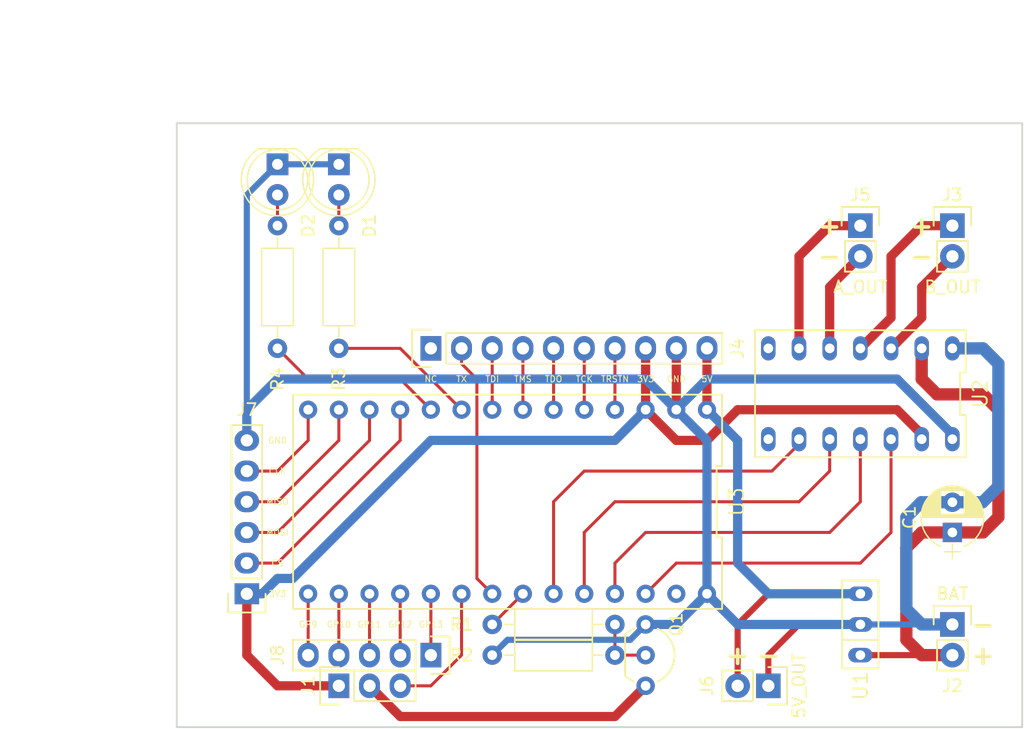
<source format=kicad_pcb>
(kicad_pcb (version 4) (host pcbnew 4.0.6)

  (general
    (links 55)
    (no_connects 0)
    (area 59.924999 59.924999 130.075001 110.075001)
    (thickness 1.6)
    (drawings 45)
    (tracks 152)
    (zones 0)
    (modules 19)
    (nets 36)
  )

  (page A4)
  (layers
    (0 F.Cu signal)
    (31 B.Cu signal)
    (32 B.Adhes user)
    (33 F.Adhes user)
    (34 B.Paste user)
    (35 F.Paste user)
    (36 B.SilkS user)
    (37 F.SilkS user)
    (38 B.Mask user)
    (39 F.Mask user)
    (40 Dwgs.User user)
    (41 Cmts.User user)
    (42 Eco1.User user)
    (43 Eco2.User user)
    (44 Edge.Cuts user)
    (45 Margin user)
    (46 B.CrtYd user)
    (47 F.CrtYd user)
    (48 B.Fab user)
    (49 F.Fab user)
  )

  (setup
    (last_trace_width 0.25)
    (trace_clearance 0.2)
    (zone_clearance 0.508)
    (zone_45_only no)
    (trace_min 0.2)
    (segment_width 0.2)
    (edge_width 0.15)
    (via_size 0.6)
    (via_drill 0.4)
    (via_min_size 0.4)
    (via_min_drill 0.3)
    (uvia_size 0.3)
    (uvia_drill 0.1)
    (uvias_allowed no)
    (uvia_min_size 0.2)
    (uvia_min_drill 0.1)
    (pcb_text_width 0.3)
    (pcb_text_size 1.5 1.5)
    (mod_edge_width 0.15)
    (mod_text_size 1 1)
    (mod_text_width 0.15)
    (pad_size 1.524 1.524)
    (pad_drill 0.762)
    (pad_to_mask_clearance 0.2)
    (aux_axis_origin 0 0)
    (grid_origin 65.8 63.4)
    (visible_elements FFFFFF7F)
    (pcbplotparams
      (layerselection 0x00030_80000001)
      (usegerberextensions false)
      (excludeedgelayer true)
      (linewidth 0.100000)
      (plotframeref false)
      (viasonmask false)
      (mode 1)
      (useauxorigin false)
      (hpglpennumber 1)
      (hpglpenspeed 20)
      (hpglpendiameter 15)
      (hpglpenoverlay 2)
      (psnegative false)
      (psa4output false)
      (plotreference true)
      (plotvalue true)
      (plotinvisibletext false)
      (padsonsilk false)
      (subtractmaskfromsilk false)
      (outputformat 1)
      (mirror false)
      (drillshape 1)
      (scaleselection 1)
      (outputdirectory ""))
  )

  (net 0 "")
  (net 1 GND)
  (net 2 "Net-(D1-Pad2)")
  (net 3 "Net-(D2-Pad2)")
  (net 4 +3V3)
  (net 5 "Net-(J1-Pad2)")
  (net 6 /DSM_DAT)
  (net 7 +BATT)
  (net 8 "Net-(J3-Pad1)")
  (net 9 "Net-(J3-Pad2)")
  (net 10 /UART_TX)
  (net 11 "Net-(J4-Pad3)")
  (net 12 "Net-(J4-Pad4)")
  (net 13 "Net-(J4-Pad5)")
  (net 14 "Net-(J4-Pad6)")
  (net 15 "Net-(J4-Pad7)")
  (net 16 +5V)
  (net 17 "Net-(J5-Pad1)")
  (net 18 "Net-(J5-Pad2)")
  (net 19 "Net-(Q1-Pad2)")
  (net 20 /DSM_EN)
  (net 21 "Net-(U2-Pad3)")
  (net 22 "Net-(U2-Pad4)")
  (net 23 "Net-(U2-Pad5)")
  (net 24 "Net-(U2-Pad6)")
  (net 25 /CS)
  (net 26 /MOSI)
  (net 27 /MISO)
  (net 28 /CLK)
  (net 29 /STATUS2)
  (net 30 /STATUS1)
  (net 31 /GPIO_13)
  (net 32 /GPIO_12)
  (net 33 /GPIO_11)
  (net 34 /GPIO_10)
  (net 35 /GPIO_9)

  (net_class Default "This is the default net class."
    (clearance 0.2)
    (trace_width 0.25)
    (via_dia 0.6)
    (via_drill 0.4)
    (uvia_dia 0.3)
    (uvia_drill 0.1)
    (add_net +3V3)
    (add_net +5V)
    (add_net +BATT)
    (add_net /CLK)
    (add_net /CS)
    (add_net /DSM_DAT)
    (add_net /DSM_EN)
    (add_net /GPIO_10)
    (add_net /GPIO_11)
    (add_net /GPIO_12)
    (add_net /GPIO_13)
    (add_net /GPIO_9)
    (add_net /MISO)
    (add_net /MOSI)
    (add_net /STATUS1)
    (add_net /STATUS2)
    (add_net /UART_TX)
    (add_net GND)
    (add_net "Net-(D1-Pad2)")
    (add_net "Net-(D2-Pad2)")
    (add_net "Net-(J1-Pad2)")
    (add_net "Net-(J3-Pad1)")
    (add_net "Net-(J3-Pad2)")
    (add_net "Net-(J4-Pad3)")
    (add_net "Net-(J4-Pad4)")
    (add_net "Net-(J4-Pad5)")
    (add_net "Net-(J4-Pad6)")
    (add_net "Net-(J4-Pad7)")
    (add_net "Net-(J5-Pad1)")
    (add_net "Net-(J5-Pad2)")
    (add_net "Net-(Q1-Pad2)")
    (add_net "Net-(U2-Pad3)")
    (add_net "Net-(U2-Pad4)")
    (add_net "Net-(U2-Pad5)")
    (add_net "Net-(U2-Pad6)")
  )

  (module Pin_Headers:Pin_Header_Straight_1x03 (layer F.Cu) (tedit 0) (tstamp 5A4C9FC3)
    (at 73.42 106.58 90)
    (descr "Through hole pin header")
    (tags "pin header")
    (path /5A38B813)
    (fp_text reference J1 (at 0 -2.54 90) (layer F.SilkS)
      (effects (font (size 1 1) (thickness 0.15)))
    )
    (fp_text value DSM (at 0 7.62 90) (layer F.Fab)
      (effects (font (size 1 1) (thickness 0.15)))
    )
    (fp_line (start -1.75 -1.75) (end -1.75 6.85) (layer F.CrtYd) (width 0.05))
    (fp_line (start 1.75 -1.75) (end 1.75 6.85) (layer F.CrtYd) (width 0.05))
    (fp_line (start -1.75 -1.75) (end 1.75 -1.75) (layer F.CrtYd) (width 0.05))
    (fp_line (start -1.75 6.85) (end 1.75 6.85) (layer F.CrtYd) (width 0.05))
    (fp_line (start -1.27 1.27) (end -1.27 6.35) (layer F.SilkS) (width 0.15))
    (fp_line (start -1.27 6.35) (end 1.27 6.35) (layer F.SilkS) (width 0.15))
    (fp_line (start 1.27 6.35) (end 1.27 1.27) (layer F.SilkS) (width 0.15))
    (fp_line (start 1.55 -1.55) (end 1.55 0) (layer F.SilkS) (width 0.15))
    (fp_line (start 1.27 1.27) (end -1.27 1.27) (layer F.SilkS) (width 0.15))
    (fp_line (start -1.55 0) (end -1.55 -1.55) (layer F.SilkS) (width 0.15))
    (fp_line (start -1.55 -1.55) (end 1.55 -1.55) (layer F.SilkS) (width 0.15))
    (pad 1 thru_hole rect (at 0 0 90) (size 2.032 1.7272) (drill 1.016) (layers *.Cu *.Mask)
      (net 4 +3V3))
    (pad 2 thru_hole oval (at 0 2.54 90) (size 2.032 1.7272) (drill 1.016) (layers *.Cu *.Mask)
      (net 5 "Net-(J1-Pad2)"))
    (pad 3 thru_hole oval (at 0 5.08 90) (size 2.032 1.7272) (drill 1.016) (layers *.Cu *.Mask)
      (net 6 /DSM_DAT))
    (model Pin_Headers.3dshapes/Pin_Header_Straight_1x03.wrl
      (at (xyz 0 -0.1 0))
      (scale (xyz 1 1 1))
      (rotate (xyz 0 0 90))
    )
  )

  (module Pin_Headers:Pin_Header_Straight_1x02 (layer F.Cu) (tedit 5A494FFC) (tstamp 5A4C9FD4)
    (at 124.22 101.5)
    (descr "Through hole pin header")
    (tags "pin header")
    (path /5A38B676)
    (fp_text reference J2 (at 0 5.08) (layer F.SilkS)
      (effects (font (size 1 1) (thickness 0.15)))
    )
    (fp_text value BAT (at 0 -2.54) (layer F.SilkS)
      (effects (font (size 1 1) (thickness 0.15)))
    )
    (fp_line (start 1.27 1.27) (end 1.27 3.81) (layer F.SilkS) (width 0.15))
    (fp_line (start 1.55 -1.55) (end 1.55 0) (layer F.SilkS) (width 0.15))
    (fp_line (start -1.75 -1.75) (end -1.75 4.3) (layer F.CrtYd) (width 0.05))
    (fp_line (start 1.75 -1.75) (end 1.75 4.3) (layer F.CrtYd) (width 0.05))
    (fp_line (start -1.75 -1.75) (end 1.75 -1.75) (layer F.CrtYd) (width 0.05))
    (fp_line (start -1.75 4.3) (end 1.75 4.3) (layer F.CrtYd) (width 0.05))
    (fp_line (start 1.27 1.27) (end -1.27 1.27) (layer F.SilkS) (width 0.15))
    (fp_line (start -1.55 0) (end -1.55 -1.55) (layer F.SilkS) (width 0.15))
    (fp_line (start -1.55 -1.55) (end 1.55 -1.55) (layer F.SilkS) (width 0.15))
    (fp_line (start -1.27 1.27) (end -1.27 3.81) (layer F.SilkS) (width 0.15))
    (fp_line (start -1.27 3.81) (end 1.27 3.81) (layer F.SilkS) (width 0.15))
    (pad 1 thru_hole rect (at 0 0) (size 2.032 2.032) (drill 1.016) (layers *.Cu *.Mask)
      (net 1 GND))
    (pad 2 thru_hole oval (at 0 2.54) (size 2.032 2.032) (drill 1.016) (layers *.Cu *.Mask)
      (net 7 +BATT))
    (model Pin_Headers.3dshapes/Pin_Header_Straight_1x02.wrl
      (at (xyz 0 -0.05 0))
      (scale (xyz 1 1 1))
      (rotate (xyz 0 0 90))
    )
  )

  (module Pin_Headers:Pin_Header_Straight_1x02 (layer F.Cu) (tedit 5A495135) (tstamp 5A4C9FE5)
    (at 124.22 68.48)
    (descr "Through hole pin header")
    (tags "pin header")
    (path /5A38B6C9)
    (fp_text reference J3 (at 0 -2.54) (layer F.SilkS)
      (effects (font (size 1 1) (thickness 0.15)))
    )
    (fp_text value B_OUT (at 0 5.08) (layer F.SilkS)
      (effects (font (size 1 1) (thickness 0.15)))
    )
    (fp_line (start 1.27 1.27) (end 1.27 3.81) (layer F.SilkS) (width 0.15))
    (fp_line (start 1.55 -1.55) (end 1.55 0) (layer F.SilkS) (width 0.15))
    (fp_line (start -1.75 -1.75) (end -1.75 4.3) (layer F.CrtYd) (width 0.05))
    (fp_line (start 1.75 -1.75) (end 1.75 4.3) (layer F.CrtYd) (width 0.05))
    (fp_line (start -1.75 -1.75) (end 1.75 -1.75) (layer F.CrtYd) (width 0.05))
    (fp_line (start -1.75 4.3) (end 1.75 4.3) (layer F.CrtYd) (width 0.05))
    (fp_line (start 1.27 1.27) (end -1.27 1.27) (layer F.SilkS) (width 0.15))
    (fp_line (start -1.55 0) (end -1.55 -1.55) (layer F.SilkS) (width 0.15))
    (fp_line (start -1.55 -1.55) (end 1.55 -1.55) (layer F.SilkS) (width 0.15))
    (fp_line (start -1.27 1.27) (end -1.27 3.81) (layer F.SilkS) (width 0.15))
    (fp_line (start -1.27 3.81) (end 1.27 3.81) (layer F.SilkS) (width 0.15))
    (pad 1 thru_hole rect (at 0 0) (size 2.032 2.032) (drill 1.016) (layers *.Cu *.Mask)
      (net 8 "Net-(J3-Pad1)"))
    (pad 2 thru_hole oval (at 0 2.54) (size 2.032 2.032) (drill 1.016) (layers *.Cu *.Mask)
      (net 9 "Net-(J3-Pad2)"))
    (model Pin_Headers.3dshapes/Pin_Header_Straight_1x02.wrl
      (at (xyz 0 -0.05 0))
      (scale (xyz 1 1 1))
      (rotate (xyz 0 0 90))
    )
  )

  (module Pin_Headers:Pin_Header_Straight_1x02 (layer F.Cu) (tedit 5A49512E) (tstamp 5A4CA00E)
    (at 116.6 68.48)
    (descr "Through hole pin header")
    (tags "pin header")
    (path /5A38B73B)
    (fp_text reference J5 (at 0 -2.54) (layer F.SilkS)
      (effects (font (size 1 1) (thickness 0.15)))
    )
    (fp_text value A_OUT (at 0 5.08) (layer F.SilkS)
      (effects (font (size 1 1) (thickness 0.15)))
    )
    (fp_line (start 1.27 1.27) (end 1.27 3.81) (layer F.SilkS) (width 0.15))
    (fp_line (start 1.55 -1.55) (end 1.55 0) (layer F.SilkS) (width 0.15))
    (fp_line (start -1.75 -1.75) (end -1.75 4.3) (layer F.CrtYd) (width 0.05))
    (fp_line (start 1.75 -1.75) (end 1.75 4.3) (layer F.CrtYd) (width 0.05))
    (fp_line (start -1.75 -1.75) (end 1.75 -1.75) (layer F.CrtYd) (width 0.05))
    (fp_line (start -1.75 4.3) (end 1.75 4.3) (layer F.CrtYd) (width 0.05))
    (fp_line (start 1.27 1.27) (end -1.27 1.27) (layer F.SilkS) (width 0.15))
    (fp_line (start -1.55 0) (end -1.55 -1.55) (layer F.SilkS) (width 0.15))
    (fp_line (start -1.55 -1.55) (end 1.55 -1.55) (layer F.SilkS) (width 0.15))
    (fp_line (start -1.27 1.27) (end -1.27 3.81) (layer F.SilkS) (width 0.15))
    (fp_line (start -1.27 3.81) (end 1.27 3.81) (layer F.SilkS) (width 0.15))
    (pad 1 thru_hole rect (at 0 0) (size 2.032 2.032) (drill 1.016) (layers *.Cu *.Mask)
      (net 17 "Net-(J5-Pad1)"))
    (pad 2 thru_hole oval (at 0 2.54) (size 2.032 2.032) (drill 1.016) (layers *.Cu *.Mask)
      (net 18 "Net-(J5-Pad2)"))
    (model Pin_Headers.3dshapes/Pin_Header_Straight_1x02.wrl
      (at (xyz 0 -0.05 0))
      (scale (xyz 1 1 1))
      (rotate (xyz 0 0 90))
    )
  )

  (module R_Axial_DIN0207_L6.3mm_D2.5mm_P10.16mm_Horizontal (layer F.Cu) (tedit 5874F706) (tstamp 5A4CA032)
    (at 86.12 101.5)
    (descr "Resistor, Axial_DIN0207 series, Axial, Horizontal, pin pitch=10.16mm, 0.25W = 1/4W, length*diameter=6.3*2.5mm^2, http://cdn-reichelt.de/documents/datenblatt/B400/1_4W%23YAG.pdf")
    (tags "Resistor Axial_DIN0207 series Axial Horizontal pin pitch 10.16mm 0.25W = 1/4W length 6.3mm diameter 2.5mm")
    (path /5A38C1BB)
    (fp_text reference R1 (at -2.54 0) (layer F.SilkS)
      (effects (font (size 1 1) (thickness 0.15)))
    )
    (fp_text value 220 (at 5.08 0) (layer F.Fab)
      (effects (font (size 1 1) (thickness 0.15)))
    )
    (fp_line (start 1.93 -1.25) (end 1.93 1.25) (layer F.Fab) (width 0.1))
    (fp_line (start 1.93 1.25) (end 8.23 1.25) (layer F.Fab) (width 0.1))
    (fp_line (start 8.23 1.25) (end 8.23 -1.25) (layer F.Fab) (width 0.1))
    (fp_line (start 8.23 -1.25) (end 1.93 -1.25) (layer F.Fab) (width 0.1))
    (fp_line (start 0 0) (end 1.93 0) (layer F.Fab) (width 0.1))
    (fp_line (start 10.16 0) (end 8.23 0) (layer F.Fab) (width 0.1))
    (fp_line (start 1.87 -1.31) (end 1.87 1.31) (layer F.SilkS) (width 0.12))
    (fp_line (start 1.87 1.31) (end 8.29 1.31) (layer F.SilkS) (width 0.12))
    (fp_line (start 8.29 1.31) (end 8.29 -1.31) (layer F.SilkS) (width 0.12))
    (fp_line (start 8.29 -1.31) (end 1.87 -1.31) (layer F.SilkS) (width 0.12))
    (fp_line (start 0.98 0) (end 1.87 0) (layer F.SilkS) (width 0.12))
    (fp_line (start 9.18 0) (end 8.29 0) (layer F.SilkS) (width 0.12))
    (fp_line (start -1.05 -1.6) (end -1.05 1.6) (layer F.CrtYd) (width 0.05))
    (fp_line (start -1.05 1.6) (end 11.25 1.6) (layer F.CrtYd) (width 0.05))
    (fp_line (start 11.25 1.6) (end 11.25 -1.6) (layer F.CrtYd) (width 0.05))
    (fp_line (start 11.25 -1.6) (end -1.05 -1.6) (layer F.CrtYd) (width 0.05))
    (pad 1 thru_hole circle (at 0 0) (size 1.6 1.6) (drill 0.8) (layers *.Cu *.Mask)
      (net 20 /DSM_EN))
    (pad 2 thru_hole oval (at 10.16 0) (size 1.6 1.6) (drill 0.8) (layers *.Cu *.Mask)
      (net 19 "Net-(Q1-Pad2)"))
    (model Resistors_THT.3dshapes/R_Axial_DIN0207_L6.3mm_D2.5mm_P10.16mm_Horizontal.wrl
      (at (xyz 0 0 0))
      (scale (xyz 0.393701 0.393701 0.393701))
      (rotate (xyz 0 0 0))
    )
  )

  (module R_Axial_DIN0207_L6.3mm_D2.5mm_P10.16mm_Horizontal (layer F.Cu) (tedit 5874F706) (tstamp 5A4CA048)
    (at 96.28 104.04 180)
    (descr "Resistor, Axial_DIN0207 series, Axial, Horizontal, pin pitch=10.16mm, 0.25W = 1/4W, length*diameter=6.3*2.5mm^2, http://cdn-reichelt.de/documents/datenblatt/B400/1_4W%23YAG.pdf")
    (tags "Resistor Axial_DIN0207 series Axial Horizontal pin pitch 10.16mm 0.25W = 1/4W length 6.3mm diameter 2.5mm")
    (path /5A38C175)
    (fp_text reference R2 (at 12.7 0 180) (layer F.SilkS)
      (effects (font (size 1 1) (thickness 0.15)))
    )
    (fp_text value 220 (at 5.08 0 180) (layer F.Fab)
      (effects (font (size 1 1) (thickness 0.15)))
    )
    (fp_line (start 1.93 -1.25) (end 1.93 1.25) (layer F.Fab) (width 0.1))
    (fp_line (start 1.93 1.25) (end 8.23 1.25) (layer F.Fab) (width 0.1))
    (fp_line (start 8.23 1.25) (end 8.23 -1.25) (layer F.Fab) (width 0.1))
    (fp_line (start 8.23 -1.25) (end 1.93 -1.25) (layer F.Fab) (width 0.1))
    (fp_line (start 0 0) (end 1.93 0) (layer F.Fab) (width 0.1))
    (fp_line (start 10.16 0) (end 8.23 0) (layer F.Fab) (width 0.1))
    (fp_line (start 1.87 -1.31) (end 1.87 1.31) (layer F.SilkS) (width 0.12))
    (fp_line (start 1.87 1.31) (end 8.29 1.31) (layer F.SilkS) (width 0.12))
    (fp_line (start 8.29 1.31) (end 8.29 -1.31) (layer F.SilkS) (width 0.12))
    (fp_line (start 8.29 -1.31) (end 1.87 -1.31) (layer F.SilkS) (width 0.12))
    (fp_line (start 0.98 0) (end 1.87 0) (layer F.SilkS) (width 0.12))
    (fp_line (start 9.18 0) (end 8.29 0) (layer F.SilkS) (width 0.12))
    (fp_line (start -1.05 -1.6) (end -1.05 1.6) (layer F.CrtYd) (width 0.05))
    (fp_line (start -1.05 1.6) (end 11.25 1.6) (layer F.CrtYd) (width 0.05))
    (fp_line (start 11.25 1.6) (end 11.25 -1.6) (layer F.CrtYd) (width 0.05))
    (fp_line (start 11.25 -1.6) (end -1.05 -1.6) (layer F.CrtYd) (width 0.05))
    (pad 1 thru_hole circle (at 0 0 180) (size 1.6 1.6) (drill 0.8) (layers *.Cu *.Mask)
      (net 19 "Net-(Q1-Pad2)"))
    (pad 2 thru_hole oval (at 10.16 0 180) (size 1.6 1.6) (drill 0.8) (layers *.Cu *.Mask)
      (net 1 GND))
    (model Resistors_THT.3dshapes/R_Axial_DIN0207_L6.3mm_D2.5mm_P10.16mm_Horizontal.wrl
      (at (xyz 0 0 0))
      (scale (xyz 0.393701 0.393701 0.393701))
      (rotate (xyz 0 0 0))
    )
  )

  (module Resistors_THT:R_Axial_DIN0207_L6.3mm_D2.5mm_P10.16mm_Horizontal (layer F.Cu) (tedit 5874F706) (tstamp 5A4CA05E)
    (at 73.42 78.64 90)
    (descr "Resistor, Axial_DIN0207 series, Axial, Horizontal, pin pitch=10.16mm, 0.25W = 1/4W, length*diameter=6.3*2.5mm^2, http://cdn-reichelt.de/documents/datenblatt/B400/1_4W%23YAG.pdf")
    (tags "Resistor Axial_DIN0207 series Axial Horizontal pin pitch 10.16mm 0.25W = 1/4W length 6.3mm diameter 2.5mm")
    (path /5A38C48B)
    (fp_text reference R3 (at -2.54 0 90) (layer F.SilkS)
      (effects (font (size 1 1) (thickness 0.15)))
    )
    (fp_text value 220 (at 5.08 0 90) (layer F.Fab)
      (effects (font (size 1 1) (thickness 0.15)))
    )
    (fp_line (start 1.93 -1.25) (end 1.93 1.25) (layer F.Fab) (width 0.1))
    (fp_line (start 1.93 1.25) (end 8.23 1.25) (layer F.Fab) (width 0.1))
    (fp_line (start 8.23 1.25) (end 8.23 -1.25) (layer F.Fab) (width 0.1))
    (fp_line (start 8.23 -1.25) (end 1.93 -1.25) (layer F.Fab) (width 0.1))
    (fp_line (start 0 0) (end 1.93 0) (layer F.Fab) (width 0.1))
    (fp_line (start 10.16 0) (end 8.23 0) (layer F.Fab) (width 0.1))
    (fp_line (start 1.87 -1.31) (end 1.87 1.31) (layer F.SilkS) (width 0.12))
    (fp_line (start 1.87 1.31) (end 8.29 1.31) (layer F.SilkS) (width 0.12))
    (fp_line (start 8.29 1.31) (end 8.29 -1.31) (layer F.SilkS) (width 0.12))
    (fp_line (start 8.29 -1.31) (end 1.87 -1.31) (layer F.SilkS) (width 0.12))
    (fp_line (start 0.98 0) (end 1.87 0) (layer F.SilkS) (width 0.12))
    (fp_line (start 9.18 0) (end 8.29 0) (layer F.SilkS) (width 0.12))
    (fp_line (start -1.05 -1.6) (end -1.05 1.6) (layer F.CrtYd) (width 0.05))
    (fp_line (start -1.05 1.6) (end 11.25 1.6) (layer F.CrtYd) (width 0.05))
    (fp_line (start 11.25 1.6) (end 11.25 -1.6) (layer F.CrtYd) (width 0.05))
    (fp_line (start 11.25 -1.6) (end -1.05 -1.6) (layer F.CrtYd) (width 0.05))
    (pad 1 thru_hole circle (at 0 0 90) (size 1.6 1.6) (drill 0.8) (layers *.Cu *.Mask)
      (net 29 /STATUS2))
    (pad 2 thru_hole oval (at 10.16 0 90) (size 1.6 1.6) (drill 0.8) (layers *.Cu *.Mask)
      (net 2 "Net-(D1-Pad2)"))
    (model Resistors_THT.3dshapes/R_Axial_DIN0207_L6.3mm_D2.5mm_P10.16mm_Horizontal.wrl
      (at (xyz 0 0 0))
      (scale (xyz 0.393701 0.393701 0.393701))
      (rotate (xyz 0 0 0))
    )
  )

  (module R_Axial_DIN0207_L6.3mm_D2.5mm_P10.16mm_Horizontal (layer F.Cu) (tedit 5874F706) (tstamp 5A4CA074)
    (at 68.34 78.64 90)
    (descr "Resistor, Axial_DIN0207 series, Axial, Horizontal, pin pitch=10.16mm, 0.25W = 1/4W, length*diameter=6.3*2.5mm^2, http://cdn-reichelt.de/documents/datenblatt/B400/1_4W%23YAG.pdf")
    (tags "Resistor Axial_DIN0207 series Axial Horizontal pin pitch 10.16mm 0.25W = 1/4W length 6.3mm diameter 2.5mm")
    (path /5A38C6CB)
    (fp_text reference R4 (at -2.54 0 90) (layer F.SilkS)
      (effects (font (size 1 1) (thickness 0.15)))
    )
    (fp_text value 220 (at 5.08 0 90) (layer F.Fab)
      (effects (font (size 1 1) (thickness 0.15)))
    )
    (fp_line (start 1.93 -1.25) (end 1.93 1.25) (layer F.Fab) (width 0.1))
    (fp_line (start 1.93 1.25) (end 8.23 1.25) (layer F.Fab) (width 0.1))
    (fp_line (start 8.23 1.25) (end 8.23 -1.25) (layer F.Fab) (width 0.1))
    (fp_line (start 8.23 -1.25) (end 1.93 -1.25) (layer F.Fab) (width 0.1))
    (fp_line (start 0 0) (end 1.93 0) (layer F.Fab) (width 0.1))
    (fp_line (start 10.16 0) (end 8.23 0) (layer F.Fab) (width 0.1))
    (fp_line (start 1.87 -1.31) (end 1.87 1.31) (layer F.SilkS) (width 0.12))
    (fp_line (start 1.87 1.31) (end 8.29 1.31) (layer F.SilkS) (width 0.12))
    (fp_line (start 8.29 1.31) (end 8.29 -1.31) (layer F.SilkS) (width 0.12))
    (fp_line (start 8.29 -1.31) (end 1.87 -1.31) (layer F.SilkS) (width 0.12))
    (fp_line (start 0.98 0) (end 1.87 0) (layer F.SilkS) (width 0.12))
    (fp_line (start 9.18 0) (end 8.29 0) (layer F.SilkS) (width 0.12))
    (fp_line (start -1.05 -1.6) (end -1.05 1.6) (layer F.CrtYd) (width 0.05))
    (fp_line (start -1.05 1.6) (end 11.25 1.6) (layer F.CrtYd) (width 0.05))
    (fp_line (start 11.25 1.6) (end 11.25 -1.6) (layer F.CrtYd) (width 0.05))
    (fp_line (start 11.25 -1.6) (end -1.05 -1.6) (layer F.CrtYd) (width 0.05))
    (pad 1 thru_hole circle (at 0 0 90) (size 1.6 1.6) (drill 0.8) (layers *.Cu *.Mask)
      (net 30 /STATUS1))
    (pad 2 thru_hole oval (at 10.16 0 90) (size 1.6 1.6) (drill 0.8) (layers *.Cu *.Mask)
      (net 3 "Net-(D2-Pad2)"))
    (model Resistors_THT.3dshapes/R_Axial_DIN0207_L6.3mm_D2.5mm_P10.16mm_Horizontal.wrl
      (at (xyz 0 0 0))
      (scale (xyz 0.393701 0.393701 0.393701))
      (rotate (xyz 0 0 0))
    )
  )

  (module riscbot:s9V11f5 (layer F.Cu) (tedit 5A401993) (tstamp 5A4CA080)
    (at 116.6 101.5 90)
    (path /5A38B5F7)
    (fp_text reference U1 (at -5.08 0 90) (layer F.SilkS)
      (effects (font (size 1.2 1.2) (thickness 0.15)))
    )
    (fp_text value 2836 (at 0 -2.7 90) (layer F.Fab)
      (effects (font (size 1.2 1.2) (thickness 0.15)))
    )
    (fp_line (start -3.64 -1.5) (end 3.64 -1.5) (layer F.SilkS) (width 0.15))
    (fp_line (start 3.64 -1.5) (end 3.64 1.5) (layer F.SilkS) (width 0.15))
    (fp_line (start 3.64 1.5) (end -3.64 1.5) (layer F.SilkS) (width 0.15))
    (fp_line (start -3.64 1.5) (end -3.64 -1.5) (layer F.SilkS) (width 0.15))
    (fp_line (start -1.27 -1.5) (end -1.27 1.5) (layer F.SilkS) (width 0.15))
    (pad 1 thru_hole oval (at -2.54 0 90) (size 1.2 2) (drill 0.8) (layers *.Cu *.Mask)
      (net 7 +BATT))
    (pad 2 thru_hole oval (at 0 0 90) (size 1.2 2) (drill 0.8) (layers *.Cu *.Mask)
      (net 1 GND))
    (pad 3 thru_hole oval (at 2.54 0 90) (size 1.2 2) (drill 0.8) (layers *.Cu *.Mask)
      (net 16 +5V))
  )

  (module riscbot:lofive (layer F.Cu) (tedit 5A387DA5) (tstamp 5A4CA0C2)
    (at 87.39 91.34 180)
    (path /5A387F8A)
    (fp_text reference U3 (at -18.96 0 270) (layer F.SilkS)
      (effects (font (size 1.2 1.2) (thickness 0.15)))
    )
    (fp_text value lofive (at 0 0 180) (layer F.Fab)
      (effects (font (size 1.2 1.2) (thickness 0.15)))
    )
    (fp_line (start -17.76 8.869999) (end 17.76 8.87) (layer F.SilkS) (width 0.15))
    (fp_line (start 17.76 8.87) (end 17.76 -8.869999) (layer F.SilkS) (width 0.15))
    (fp_line (start 17.76 -8.869999) (end -17.76 -8.87) (layer F.SilkS) (width 0.15))
    (fp_line (start -17.76 -8.87) (end -17.76 -2.956666) (layer F.SilkS) (width 0.15))
    (fp_line (start -17.76 -2.956666) (end -17.31 -2.956666) (layer F.SilkS) (width 0.15))
    (fp_line (start -17.31 -2.956666) (end -17.31 2.956666) (layer F.SilkS) (width 0.15))
    (fp_line (start -17.31 2.956666) (end -17.76 2.956666) (layer F.SilkS) (width 0.15))
    (fp_line (start -17.76 2.956666) (end -17.76 8.869999) (layer F.SilkS) (width 0.15))
    (pad 28 thru_hole circle (at -16.51 -7.62 180) (size 1.5 1.5) (drill 0.8) (layers *.Cu *.Mask)
      (net 1 GND))
    (pad 1 thru_hole circle (at -16.51 7.62 180) (size 1.5 1.5) (drill 0.8) (layers *.Cu *.Mask)
      (net 16 +5V))
    (pad 27 thru_hole circle (at -13.97 -7.62 180) (size 1.5 1.5) (drill 0.8) (layers *.Cu *.Mask))
    (pad 2 thru_hole circle (at -13.97 7.62 180) (size 1.5 1.5) (drill 0.8) (layers *.Cu *.Mask)
      (net 1 GND))
    (pad 26 thru_hole circle (at -11.43 -7.62 180) (size 1.5 1.5) (drill 0.8) (layers *.Cu *.Mask)
      (net 21 "Net-(U2-Pad3)"))
    (pad 3 thru_hole circle (at -11.43 7.62 180) (size 1.5 1.5) (drill 0.8) (layers *.Cu *.Mask)
      (net 4 +3V3))
    (pad 25 thru_hole circle (at -8.89 -7.62 180) (size 1.5 1.5) (drill 0.8) (layers *.Cu *.Mask)
      (net 22 "Net-(U2-Pad4)"))
    (pad 4 thru_hole circle (at -8.89 7.62 180) (size 1.5 1.5) (drill 0.8) (layers *.Cu *.Mask)
      (net 15 "Net-(J4-Pad7)"))
    (pad 24 thru_hole circle (at -6.35 -7.62 180) (size 1.5 1.5) (drill 0.8) (layers *.Cu *.Mask)
      (net 23 "Net-(U2-Pad5)"))
    (pad 5 thru_hole circle (at -6.35 7.62 180) (size 1.5 1.5) (drill 0.8) (layers *.Cu *.Mask)
      (net 14 "Net-(J4-Pad6)"))
    (pad 23 thru_hole circle (at -3.81 -7.62 180) (size 1.5 1.5) (drill 0.8) (layers *.Cu *.Mask)
      (net 24 "Net-(U2-Pad6)"))
    (pad 6 thru_hole circle (at -3.81 7.62 180) (size 1.5 1.5) (drill 0.8) (layers *.Cu *.Mask)
      (net 13 "Net-(J4-Pad5)"))
    (pad 22 thru_hole circle (at -1.27 -7.62 180) (size 1.5 1.5) (drill 0.8) (layers *.Cu *.Mask)
      (net 20 /DSM_EN))
    (pad 7 thru_hole circle (at -1.27 7.62 180) (size 1.5 1.5) (drill 0.8) (layers *.Cu *.Mask)
      (net 12 "Net-(J4-Pad4)"))
    (pad 21 thru_hole circle (at 1.27 -7.62 180) (size 1.5 1.5) (drill 0.8) (layers *.Cu *.Mask)
      (net 10 /UART_TX))
    (pad 8 thru_hole circle (at 1.27 7.62 180) (size 1.5 1.5) (drill 0.8) (layers *.Cu *.Mask)
      (net 11 "Net-(J4-Pad3)"))
    (pad 20 thru_hole circle (at 3.81 -7.62 180) (size 1.5 1.5) (drill 0.8) (layers *.Cu *.Mask)
      (net 6 /DSM_DAT))
    (pad 9 thru_hole circle (at 3.81 7.62 180) (size 1.5 1.5) (drill 0.8) (layers *.Cu *.Mask)
      (net 29 /STATUS2))
    (pad 19 thru_hole circle (at 6.35 -7.62 180) (size 1.5 1.5) (drill 0.8) (layers *.Cu *.Mask)
      (net 31 /GPIO_13))
    (pad 10 thru_hole circle (at 6.35 7.62 180) (size 1.5 1.5) (drill 0.8) (layers *.Cu *.Mask)
      (net 30 /STATUS1))
    (pad 18 thru_hole circle (at 8.89 -7.62 180) (size 1.5 1.5) (drill 0.8) (layers *.Cu *.Mask)
      (net 32 /GPIO_12))
    (pad 11 thru_hole circle (at 8.89 7.62 180) (size 1.5 1.5) (drill 0.8) (layers *.Cu *.Mask)
      (net 25 /CS))
    (pad 17 thru_hole circle (at 11.43 -7.62 180) (size 1.5 1.5) (drill 0.8) (layers *.Cu *.Mask)
      (net 33 /GPIO_11))
    (pad 12 thru_hole circle (at 11.43 7.62 180) (size 1.5 1.5) (drill 0.8) (layers *.Cu *.Mask)
      (net 26 /MOSI))
    (pad 16 thru_hole circle (at 13.97 -7.62 180) (size 1.5 1.5) (drill 0.8) (layers *.Cu *.Mask)
      (net 34 /GPIO_10))
    (pad 13 thru_hole circle (at 13.97 7.62 180) (size 1.5 1.5) (drill 0.8) (layers *.Cu *.Mask)
      (net 27 /MISO))
    (pad 15 thru_hole circle (at 16.51 -7.62 180) (size 1.5 1.5) (drill 0.8) (layers *.Cu *.Mask)
      (net 35 /GPIO_9))
    (pad 14 thru_hole circle (at 16.51 7.62 180) (size 1.5 1.5) (drill 0.8) (layers *.Cu *.Mask)
      (net 28 /CLK))
  )

  (module Pin_Headers:Pin_Header_Straight_1x10 (layer F.Cu) (tedit 0) (tstamp 5A4CA80C)
    (at 81.04 78.64 90)
    (descr "Through hole pin header")
    (tags "pin header")
    (path /5A38E6FB)
    (fp_text reference J4 (at 0 25.4 90) (layer F.SilkS)
      (effects (font (size 1 1) (thickness 0.15)))
    )
    (fp_text value JTAG (at 0 -2.54 90) (layer F.Fab)
      (effects (font (size 1 1) (thickness 0.15)))
    )
    (fp_line (start -1.75 -1.75) (end -1.75 24.65) (layer F.CrtYd) (width 0.05))
    (fp_line (start 1.75 -1.75) (end 1.75 24.65) (layer F.CrtYd) (width 0.05))
    (fp_line (start -1.75 -1.75) (end 1.75 -1.75) (layer F.CrtYd) (width 0.05))
    (fp_line (start -1.75 24.65) (end 1.75 24.65) (layer F.CrtYd) (width 0.05))
    (fp_line (start 1.27 1.27) (end 1.27 24.13) (layer F.SilkS) (width 0.15))
    (fp_line (start 1.27 24.13) (end -1.27 24.13) (layer F.SilkS) (width 0.15))
    (fp_line (start -1.27 24.13) (end -1.27 1.27) (layer F.SilkS) (width 0.15))
    (fp_line (start 1.55 -1.55) (end 1.55 0) (layer F.SilkS) (width 0.15))
    (fp_line (start 1.27 1.27) (end -1.27 1.27) (layer F.SilkS) (width 0.15))
    (fp_line (start -1.55 0) (end -1.55 -1.55) (layer F.SilkS) (width 0.15))
    (fp_line (start -1.55 -1.55) (end 1.55 -1.55) (layer F.SilkS) (width 0.15))
    (pad 1 thru_hole rect (at 0 0 90) (size 2.032 1.7272) (drill 1.016) (layers *.Cu *.Mask))
    (pad 2 thru_hole oval (at 0 2.54 90) (size 2.032 1.7272) (drill 1.016) (layers *.Cu *.Mask)
      (net 10 /UART_TX))
    (pad 3 thru_hole oval (at 0 5.08 90) (size 2.032 1.7272) (drill 1.016) (layers *.Cu *.Mask)
      (net 11 "Net-(J4-Pad3)"))
    (pad 4 thru_hole oval (at 0 7.62 90) (size 2.032 1.7272) (drill 1.016) (layers *.Cu *.Mask)
      (net 12 "Net-(J4-Pad4)"))
    (pad 5 thru_hole oval (at 0 10.16 90) (size 2.032 1.7272) (drill 1.016) (layers *.Cu *.Mask)
      (net 13 "Net-(J4-Pad5)"))
    (pad 6 thru_hole oval (at 0 12.7 90) (size 2.032 1.7272) (drill 1.016) (layers *.Cu *.Mask)
      (net 14 "Net-(J4-Pad6)"))
    (pad 7 thru_hole oval (at 0 15.24 90) (size 2.032 1.7272) (drill 1.016) (layers *.Cu *.Mask)
      (net 15 "Net-(J4-Pad7)"))
    (pad 8 thru_hole oval (at 0 17.78 90) (size 2.032 1.7272) (drill 1.016) (layers *.Cu *.Mask)
      (net 4 +3V3))
    (pad 9 thru_hole oval (at 0 20.32 90) (size 2.032 1.7272) (drill 1.016) (layers *.Cu *.Mask)
      (net 1 GND))
    (pad 10 thru_hole oval (at 0 22.86 90) (size 2.032 1.7272) (drill 1.016) (layers *.Cu *.Mask)
      (net 16 +5V))
    (model Pin_Headers.3dshapes/Pin_Header_Straight_1x10.wrl
      (at (xyz 0 -0.45 0))
      (scale (xyz 1 1 1))
      (rotate (xyz 0 0 90))
    )
  )

  (module riscbot:drv8835-rev (layer F.Cu) (tedit 5A402669) (tstamp 5A402849)
    (at 116.6 82.4 180)
    (path /5A38B592)
    (fp_text reference U2 (at -9.92 0 270) (layer F.SilkS)
      (effects (font (size 1.2 1.2) (thickness 0.15)))
    )
    (fp_text value 2135 (at 0 0 180) (layer F.Fab)
      (effects (font (size 1.2 1.2) (thickness 0.15)))
    )
    (fp_line (start -8.72 5.259999) (end 8.72 5.26) (layer F.SilkS) (width 0.15))
    (fp_line (start 8.72 5.26) (end 8.72 -5.259999) (layer F.SilkS) (width 0.15))
    (fp_line (start 8.72 -5.259999) (end -8.72 -5.26) (layer F.SilkS) (width 0.15))
    (fp_line (start -8.72 -5.26) (end -8.72 -1.753333) (layer F.SilkS) (width 0.15))
    (fp_line (start -8.72 -1.753333) (end -8.27 -1.753333) (layer F.SilkS) (width 0.15))
    (fp_line (start -8.27 -1.753333) (end -8.27 1.753333) (layer F.SilkS) (width 0.15))
    (fp_line (start -8.27 1.753333) (end -8.72 1.753333) (layer F.SilkS) (width 0.15))
    (fp_line (start -8.72 1.753333) (end -8.72 5.259999) (layer F.SilkS) (width 0.15))
    (pad 1 thru_hole oval (at -7.62 -3.76 180) (size 1.2 2) (drill 0.8) (layers *.Cu *.Mask)
      (net 1 GND))
    (pad 14 thru_hole oval (at -7.62 3.76 180) (size 1.2 2) (drill 0.8) (layers *.Cu *.Mask)
      (net 1 GND))
    (pad 2 thru_hole oval (at -5.08 -3.76 180) (size 1.2 2) (drill 0.8) (layers *.Cu *.Mask)
      (net 4 +3V3))
    (pad 13 thru_hole oval (at -5.08 3.76 180) (size 1.2 2) (drill 0.8) (layers *.Cu *.Mask)
      (net 7 +BATT))
    (pad 3 thru_hole oval (at -2.54 -3.76 180) (size 1.2 2) (drill 0.8) (layers *.Cu *.Mask)
      (net 21 "Net-(U2-Pad3)"))
    (pad 12 thru_hole oval (at -2.54 3.76 180) (size 1.2 2) (drill 0.8) (layers *.Cu *.Mask)
      (net 9 "Net-(J3-Pad2)"))
    (pad 4 thru_hole oval (at 0 -3.76 180) (size 1.2 2) (drill 0.8) (layers *.Cu *.Mask)
      (net 22 "Net-(U2-Pad4)"))
    (pad 11 thru_hole oval (at 0 3.76 180) (size 1.2 2) (drill 0.8) (layers *.Cu *.Mask)
      (net 8 "Net-(J3-Pad1)"))
    (pad 5 thru_hole oval (at 2.54 -3.76 180) (size 1.2 2) (drill 0.8) (layers *.Cu *.Mask)
      (net 23 "Net-(U2-Pad5)"))
    (pad 10 thru_hole oval (at 2.54 3.76 180) (size 1.2 2) (drill 0.8) (layers *.Cu *.Mask)
      (net 18 "Net-(J5-Pad2)"))
    (pad 6 thru_hole oval (at 5.08 -3.76 180) (size 1.2 2) (drill 0.8) (layers *.Cu *.Mask)
      (net 24 "Net-(U2-Pad6)"))
    (pad 9 thru_hole oval (at 5.08 3.76 180) (size 1.2 2) (drill 0.8) (layers *.Cu *.Mask)
      (net 17 "Net-(J5-Pad1)"))
    (pad 7 thru_hole oval (at 7.62 -3.76 180) (size 1.2 2) (drill 0.8) (layers *.Cu *.Mask))
    (pad 8 thru_hole oval (at 7.62 3.76 180) (size 1.2 2) (drill 0.8) (layers *.Cu *.Mask))
  )

  (module LEDs:LED_D5.0mm (layer F.Cu) (tedit 587A3A7B) (tstamp 5A405B2F)
    (at 73.42 63.4 270)
    (descr "LED, diameter 5.0mm, 2 pins, http://cdn-reichelt.de/documents/datenblatt/A500/LL-504BC2E-009.pdf")
    (tags "LED diameter 5.0mm 2 pins")
    (path /5A38B8D3)
    (fp_text reference D1 (at 5.08 -2.54 270) (layer F.SilkS)
      (effects (font (size 1 1) (thickness 0.15)))
    )
    (fp_text value LED (at 1.27 3.96 270) (layer F.Fab)
      (effects (font (size 1 1) (thickness 0.15)))
    )
    (fp_arc (start 1.27 0) (end -1.23 -1.469694) (angle 299.1) (layer F.Fab) (width 0.1))
    (fp_arc (start 1.27 0) (end -1.29 -1.54483) (angle 148.9) (layer F.SilkS) (width 0.12))
    (fp_arc (start 1.27 0) (end -1.29 1.54483) (angle -148.9) (layer F.SilkS) (width 0.12))
    (fp_circle (center 1.27 0) (end 3.77 0) (layer F.Fab) (width 0.1))
    (fp_circle (center 1.27 0) (end 3.77 0) (layer F.SilkS) (width 0.12))
    (fp_line (start -1.23 -1.469694) (end -1.23 1.469694) (layer F.Fab) (width 0.1))
    (fp_line (start -1.29 -1.545) (end -1.29 1.545) (layer F.SilkS) (width 0.12))
    (fp_line (start -1.95 -3.25) (end -1.95 3.25) (layer F.CrtYd) (width 0.05))
    (fp_line (start -1.95 3.25) (end 4.5 3.25) (layer F.CrtYd) (width 0.05))
    (fp_line (start 4.5 3.25) (end 4.5 -3.25) (layer F.CrtYd) (width 0.05))
    (fp_line (start 4.5 -3.25) (end -1.95 -3.25) (layer F.CrtYd) (width 0.05))
    (pad 1 thru_hole rect (at 0 0 270) (size 1.8 1.8) (drill 0.9) (layers *.Cu *.Mask)
      (net 1 GND))
    (pad 2 thru_hole circle (at 2.54 0 270) (size 1.8 1.8) (drill 0.9) (layers *.Cu *.Mask)
      (net 2 "Net-(D1-Pad2)"))
    (model LEDs.3dshapes/LED_D5.0mm.wrl
      (at (xyz 0 0 0))
      (scale (xyz 0.393701 0.393701 0.393701))
      (rotate (xyz 0 0 0))
    )
  )

  (module LEDs:LED_D5.0mm (layer F.Cu) (tedit 587A3A7B) (tstamp 5A405B3F)
    (at 68.34 63.4 270)
    (descr "LED, diameter 5.0mm, 2 pins, http://cdn-reichelt.de/documents/datenblatt/A500/LL-504BC2E-009.pdf")
    (tags "LED diameter 5.0mm 2 pins")
    (path /5A38B937)
    (fp_text reference D2 (at 5.08 -2.54 270) (layer F.SilkS)
      (effects (font (size 1 1) (thickness 0.15)))
    )
    (fp_text value LED (at 1.27 3.96 270) (layer F.Fab)
      (effects (font (size 1 1) (thickness 0.15)))
    )
    (fp_arc (start 1.27 0) (end -1.23 -1.469694) (angle 299.1) (layer F.Fab) (width 0.1))
    (fp_arc (start 1.27 0) (end -1.29 -1.54483) (angle 148.9) (layer F.SilkS) (width 0.12))
    (fp_arc (start 1.27 0) (end -1.29 1.54483) (angle -148.9) (layer F.SilkS) (width 0.12))
    (fp_circle (center 1.27 0) (end 3.77 0) (layer F.Fab) (width 0.1))
    (fp_circle (center 1.27 0) (end 3.77 0) (layer F.SilkS) (width 0.12))
    (fp_line (start -1.23 -1.469694) (end -1.23 1.469694) (layer F.Fab) (width 0.1))
    (fp_line (start -1.29 -1.545) (end -1.29 1.545) (layer F.SilkS) (width 0.12))
    (fp_line (start -1.95 -3.25) (end -1.95 3.25) (layer F.CrtYd) (width 0.05))
    (fp_line (start -1.95 3.25) (end 4.5 3.25) (layer F.CrtYd) (width 0.05))
    (fp_line (start 4.5 3.25) (end 4.5 -3.25) (layer F.CrtYd) (width 0.05))
    (fp_line (start 4.5 -3.25) (end -1.95 -3.25) (layer F.CrtYd) (width 0.05))
    (pad 1 thru_hole rect (at 0 0 270) (size 1.8 1.8) (drill 0.9) (layers *.Cu *.Mask)
      (net 1 GND))
    (pad 2 thru_hole circle (at 2.54 0 270) (size 1.8 1.8) (drill 0.9) (layers *.Cu *.Mask)
      (net 3 "Net-(D2-Pad2)"))
    (model LEDs.3dshapes/LED_D5.0mm.wrl
      (at (xyz 0 0 0))
      (scale (xyz 0.393701 0.393701 0.393701))
      (rotate (xyz 0 0 0))
    )
  )

  (module TO_SOT_Packages_THT:TO-92_Inline_Wide (layer F.Cu) (tedit 54F242B4) (tstamp 5A4099DF)
    (at 98.82 101.5 270)
    (descr "TO-92 leads in-line, wide, drill 0.8mm (see NXP sot054_po.pdf)")
    (tags "to-92 sc-43 sc-43a sot54 PA33 transistor")
    (path /5A38B886)
    (fp_text reference Q1 (at 0 -2.54 450) (layer F.SilkS)
      (effects (font (size 1 1) (thickness 0.15)))
    )
    (fp_text value PN2222A (at 2.54 2.54 270) (layer F.Fab)
      (effects (font (size 1 1) (thickness 0.15)))
    )
    (fp_arc (start 2.54 0) (end 0.84 1.7) (angle 20.5) (layer F.SilkS) (width 0.15))
    (fp_arc (start 2.54 0) (end 4.24 1.7) (angle -20.5) (layer F.SilkS) (width 0.15))
    (fp_line (start -1 1.95) (end -1 -2.65) (layer F.CrtYd) (width 0.05))
    (fp_line (start -1 1.95) (end 6.1 1.95) (layer F.CrtYd) (width 0.05))
    (fp_line (start 0.84 1.7) (end 4.24 1.7) (layer F.SilkS) (width 0.15))
    (fp_arc (start 2.54 0) (end 2.54 -2.4) (angle -65.55604127) (layer F.SilkS) (width 0.15))
    (fp_arc (start 2.54 0) (end 2.54 -2.4) (angle 65.55604127) (layer F.SilkS) (width 0.15))
    (fp_line (start -1 -2.65) (end 6.1 -2.65) (layer F.CrtYd) (width 0.05))
    (fp_line (start 6.1 1.95) (end 6.1 -2.65) (layer F.CrtYd) (width 0.05))
    (pad 2 thru_hole circle (at 2.54 0) (size 1.524 1.524) (drill 0.8) (layers *.Cu *.Mask)
      (net 19 "Net-(Q1-Pad2)"))
    (pad 3 thru_hole circle (at 5.08 0) (size 1.524 1.524) (drill 0.8) (layers *.Cu *.Mask)
      (net 5 "Net-(J1-Pad2)"))
    (pad 1 thru_hole circle (at 0 0) (size 1.524 1.524) (drill 0.8) (layers *.Cu *.Mask)
      (net 1 GND))
    (model TO_SOT_Packages_THT.3dshapes/TO-92_Inline_Wide.wrl
      (at (xyz 0.1 0 0))
      (scale (xyz 1 1 1))
      (rotate (xyz 0 0 -90))
    )
  )

  (module Pin_Headers:Pin_Header_Straight_1x02 (layer F.Cu) (tedit 5A49501D) (tstamp 5A40A494)
    (at 108.98 106.58 270)
    (descr "Through hole pin header")
    (tags "pin header")
    (path /5A403605)
    (fp_text reference J6 (at 0 5.08 270) (layer F.SilkS)
      (effects (font (size 1 1) (thickness 0.15)))
    )
    (fp_text value 5V_OUT (at 0 -2.54 270) (layer F.SilkS)
      (effects (font (size 1 1) (thickness 0.15)))
    )
    (fp_line (start 1.27 1.27) (end 1.27 3.81) (layer F.SilkS) (width 0.15))
    (fp_line (start 1.55 -1.55) (end 1.55 0) (layer F.SilkS) (width 0.15))
    (fp_line (start -1.75 -1.75) (end -1.75 4.3) (layer F.CrtYd) (width 0.05))
    (fp_line (start 1.75 -1.75) (end 1.75 4.3) (layer F.CrtYd) (width 0.05))
    (fp_line (start -1.75 -1.75) (end 1.75 -1.75) (layer F.CrtYd) (width 0.05))
    (fp_line (start -1.75 4.3) (end 1.75 4.3) (layer F.CrtYd) (width 0.05))
    (fp_line (start 1.27 1.27) (end -1.27 1.27) (layer F.SilkS) (width 0.15))
    (fp_line (start -1.55 0) (end -1.55 -1.55) (layer F.SilkS) (width 0.15))
    (fp_line (start -1.55 -1.55) (end 1.55 -1.55) (layer F.SilkS) (width 0.15))
    (fp_line (start -1.27 1.27) (end -1.27 3.81) (layer F.SilkS) (width 0.15))
    (fp_line (start -1.27 3.81) (end 1.27 3.81) (layer F.SilkS) (width 0.15))
    (pad 1 thru_hole rect (at 0 0 270) (size 2.032 2.032) (drill 1.016) (layers *.Cu *.Mask)
      (net 1 GND))
    (pad 2 thru_hole oval (at 0 2.54 270) (size 2.032 2.032) (drill 1.016) (layers *.Cu *.Mask)
      (net 16 +5V))
    (model Pin_Headers.3dshapes/Pin_Header_Straight_1x02.wrl
      (at (xyz 0 -0.05 0))
      (scale (xyz 1 1 1))
      (rotate (xyz 0 0 90))
    )
  )

  (module Pin_Headers:Pin_Header_Straight_1x06 (layer F.Cu) (tedit 0) (tstamp 5A43E6D7)
    (at 65.8 98.96 180)
    (descr "Through hole pin header")
    (tags "pin header")
    (path /5A403A1B)
    (fp_text reference J7 (at 0 15.24 180) (layer F.SilkS)
      (effects (font (size 1 1) (thickness 0.15)))
    )
    (fp_text value SPI (at 0 -3.1 180) (layer F.Fab)
      (effects (font (size 1 1) (thickness 0.15)))
    )
    (fp_line (start -1.75 -1.75) (end -1.75 14.45) (layer F.CrtYd) (width 0.05))
    (fp_line (start 1.75 -1.75) (end 1.75 14.45) (layer F.CrtYd) (width 0.05))
    (fp_line (start -1.75 -1.75) (end 1.75 -1.75) (layer F.CrtYd) (width 0.05))
    (fp_line (start -1.75 14.45) (end 1.75 14.45) (layer F.CrtYd) (width 0.05))
    (fp_line (start 1.27 1.27) (end 1.27 13.97) (layer F.SilkS) (width 0.15))
    (fp_line (start 1.27 13.97) (end -1.27 13.97) (layer F.SilkS) (width 0.15))
    (fp_line (start -1.27 13.97) (end -1.27 1.27) (layer F.SilkS) (width 0.15))
    (fp_line (start 1.55 -1.55) (end 1.55 0) (layer F.SilkS) (width 0.15))
    (fp_line (start 1.27 1.27) (end -1.27 1.27) (layer F.SilkS) (width 0.15))
    (fp_line (start -1.55 0) (end -1.55 -1.55) (layer F.SilkS) (width 0.15))
    (fp_line (start -1.55 -1.55) (end 1.55 -1.55) (layer F.SilkS) (width 0.15))
    (pad 1 thru_hole rect (at 0 0 180) (size 2.032 1.7272) (drill 1.016) (layers *.Cu *.Mask)
      (net 4 +3V3))
    (pad 2 thru_hole oval (at 0 2.54 180) (size 2.032 1.7272) (drill 1.016) (layers *.Cu *.Mask)
      (net 25 /CS))
    (pad 3 thru_hole oval (at 0 5.08 180) (size 2.032 1.7272) (drill 1.016) (layers *.Cu *.Mask)
      (net 26 /MOSI))
    (pad 4 thru_hole oval (at 0 7.62 180) (size 2.032 1.7272) (drill 1.016) (layers *.Cu *.Mask)
      (net 27 /MISO))
    (pad 5 thru_hole oval (at 0 10.16 180) (size 2.032 1.7272) (drill 1.016) (layers *.Cu *.Mask)
      (net 28 /CLK))
    (pad 6 thru_hole oval (at 0 12.7 180) (size 2.032 1.7272) (drill 1.016) (layers *.Cu *.Mask)
      (net 1 GND))
    (model Pin_Headers.3dshapes/Pin_Header_Straight_1x06.wrl
      (at (xyz 0 -0.25 0))
      (scale (xyz 1 1 1))
      (rotate (xyz 0 0 90))
    )
  )

  (module Pin_Headers:Pin_Header_Straight_1x05 (layer F.Cu) (tedit 54EA0684) (tstamp 5A43F43A)
    (at 81.04 104.04 270)
    (descr "Through hole pin header")
    (tags "pin header")
    (path /5A405E4F)
    (fp_text reference J8 (at 0 12.7 270) (layer F.SilkS)
      (effects (font (size 1 1) (thickness 0.15)))
    )
    (fp_text value GPIO (at 0 -3.1 270) (layer F.Fab)
      (effects (font (size 1 1) (thickness 0.15)))
    )
    (fp_line (start -1.55 0) (end -1.55 -1.55) (layer F.SilkS) (width 0.15))
    (fp_line (start -1.55 -1.55) (end 1.55 -1.55) (layer F.SilkS) (width 0.15))
    (fp_line (start 1.55 -1.55) (end 1.55 0) (layer F.SilkS) (width 0.15))
    (fp_line (start -1.75 -1.75) (end -1.75 11.95) (layer F.CrtYd) (width 0.05))
    (fp_line (start 1.75 -1.75) (end 1.75 11.95) (layer F.CrtYd) (width 0.05))
    (fp_line (start -1.75 -1.75) (end 1.75 -1.75) (layer F.CrtYd) (width 0.05))
    (fp_line (start -1.75 11.95) (end 1.75 11.95) (layer F.CrtYd) (width 0.05))
    (fp_line (start 1.27 1.27) (end 1.27 11.43) (layer F.SilkS) (width 0.15))
    (fp_line (start 1.27 11.43) (end -1.27 11.43) (layer F.SilkS) (width 0.15))
    (fp_line (start -1.27 11.43) (end -1.27 1.27) (layer F.SilkS) (width 0.15))
    (fp_line (start 1.27 1.27) (end -1.27 1.27) (layer F.SilkS) (width 0.15))
    (pad 1 thru_hole rect (at 0 0 270) (size 2.032 1.7272) (drill 1.016) (layers *.Cu *.Mask)
      (net 31 /GPIO_13))
    (pad 2 thru_hole oval (at 0 2.54 270) (size 2.032 1.7272) (drill 1.016) (layers *.Cu *.Mask)
      (net 32 /GPIO_12))
    (pad 3 thru_hole oval (at 0 5.08 270) (size 2.032 1.7272) (drill 1.016) (layers *.Cu *.Mask)
      (net 33 /GPIO_11))
    (pad 4 thru_hole oval (at 0 7.62 270) (size 2.032 1.7272) (drill 1.016) (layers *.Cu *.Mask)
      (net 34 /GPIO_10))
    (pad 5 thru_hole oval (at 0 10.16 270) (size 2.032 1.7272) (drill 1.016) (layers *.Cu *.Mask)
      (net 35 /GPIO_9))
    (model Pin_Headers.3dshapes/Pin_Header_Straight_1x05.wrl
      (at (xyz 0 -0.2 0))
      (scale (xyz 1 1 1))
      (rotate (xyz 0 0 90))
    )
  )

  (module Capacitors_THT:CP_Radial_D5.0mm_P2.50mm (layer F.Cu) (tedit 58765D06) (tstamp 5A48646A)
    (at 124.22 93.88 90)
    (descr "CP, Radial series, Radial, pin pitch=2.50mm, , diameter=5mm, Electrolytic Capacitor")
    (tags "CP Radial series Radial pin pitch 2.50mm  diameter 5mm Electrolytic Capacitor")
    (path /5A409744)
    (fp_text reference C1 (at 1.25 -3.56 90) (layer F.SilkS)
      (effects (font (size 1 1) (thickness 0.15)))
    )
    (fp_text value CP (at 1.25 3.56 90) (layer F.Fab)
      (effects (font (size 1 1) (thickness 0.15)))
    )
    (fp_arc (start 1.25 0) (end -1.147436 -0.98) (angle 135.5) (layer F.SilkS) (width 0.12))
    (fp_arc (start 1.25 0) (end -1.147436 0.98) (angle -135.5) (layer F.SilkS) (width 0.12))
    (fp_arc (start 1.25 0) (end 3.647436 -0.98) (angle 44.5) (layer F.SilkS) (width 0.12))
    (fp_circle (center 1.25 0) (end 3.75 0) (layer F.Fab) (width 0.1))
    (fp_line (start -2.2 0) (end -1 0) (layer F.Fab) (width 0.1))
    (fp_line (start -1.6 -0.65) (end -1.6 0.65) (layer F.Fab) (width 0.1))
    (fp_line (start 1.25 -2.55) (end 1.25 2.55) (layer F.SilkS) (width 0.12))
    (fp_line (start 1.29 -2.55) (end 1.29 2.55) (layer F.SilkS) (width 0.12))
    (fp_line (start 1.33 -2.549) (end 1.33 2.549) (layer F.SilkS) (width 0.12))
    (fp_line (start 1.37 -2.548) (end 1.37 2.548) (layer F.SilkS) (width 0.12))
    (fp_line (start 1.41 -2.546) (end 1.41 2.546) (layer F.SilkS) (width 0.12))
    (fp_line (start 1.45 -2.543) (end 1.45 2.543) (layer F.SilkS) (width 0.12))
    (fp_line (start 1.49 -2.539) (end 1.49 2.539) (layer F.SilkS) (width 0.12))
    (fp_line (start 1.53 -2.535) (end 1.53 -0.98) (layer F.SilkS) (width 0.12))
    (fp_line (start 1.53 0.98) (end 1.53 2.535) (layer F.SilkS) (width 0.12))
    (fp_line (start 1.57 -2.531) (end 1.57 -0.98) (layer F.SilkS) (width 0.12))
    (fp_line (start 1.57 0.98) (end 1.57 2.531) (layer F.SilkS) (width 0.12))
    (fp_line (start 1.61 -2.525) (end 1.61 -0.98) (layer F.SilkS) (width 0.12))
    (fp_line (start 1.61 0.98) (end 1.61 2.525) (layer F.SilkS) (width 0.12))
    (fp_line (start 1.65 -2.519) (end 1.65 -0.98) (layer F.SilkS) (width 0.12))
    (fp_line (start 1.65 0.98) (end 1.65 2.519) (layer F.SilkS) (width 0.12))
    (fp_line (start 1.69 -2.513) (end 1.69 -0.98) (layer F.SilkS) (width 0.12))
    (fp_line (start 1.69 0.98) (end 1.69 2.513) (layer F.SilkS) (width 0.12))
    (fp_line (start 1.73 -2.506) (end 1.73 -0.98) (layer F.SilkS) (width 0.12))
    (fp_line (start 1.73 0.98) (end 1.73 2.506) (layer F.SilkS) (width 0.12))
    (fp_line (start 1.77 -2.498) (end 1.77 -0.98) (layer F.SilkS) (width 0.12))
    (fp_line (start 1.77 0.98) (end 1.77 2.498) (layer F.SilkS) (width 0.12))
    (fp_line (start 1.81 -2.489) (end 1.81 -0.98) (layer F.SilkS) (width 0.12))
    (fp_line (start 1.81 0.98) (end 1.81 2.489) (layer F.SilkS) (width 0.12))
    (fp_line (start 1.85 -2.48) (end 1.85 -0.98) (layer F.SilkS) (width 0.12))
    (fp_line (start 1.85 0.98) (end 1.85 2.48) (layer F.SilkS) (width 0.12))
    (fp_line (start 1.89 -2.47) (end 1.89 -0.98) (layer F.SilkS) (width 0.12))
    (fp_line (start 1.89 0.98) (end 1.89 2.47) (layer F.SilkS) (width 0.12))
    (fp_line (start 1.93 -2.46) (end 1.93 -0.98) (layer F.SilkS) (width 0.12))
    (fp_line (start 1.93 0.98) (end 1.93 2.46) (layer F.SilkS) (width 0.12))
    (fp_line (start 1.971 -2.448) (end 1.971 -0.98) (layer F.SilkS) (width 0.12))
    (fp_line (start 1.971 0.98) (end 1.971 2.448) (layer F.SilkS) (width 0.12))
    (fp_line (start 2.011 -2.436) (end 2.011 -0.98) (layer F.SilkS) (width 0.12))
    (fp_line (start 2.011 0.98) (end 2.011 2.436) (layer F.SilkS) (width 0.12))
    (fp_line (start 2.051 -2.424) (end 2.051 -0.98) (layer F.SilkS) (width 0.12))
    (fp_line (start 2.051 0.98) (end 2.051 2.424) (layer F.SilkS) (width 0.12))
    (fp_line (start 2.091 -2.41) (end 2.091 -0.98) (layer F.SilkS) (width 0.12))
    (fp_line (start 2.091 0.98) (end 2.091 2.41) (layer F.SilkS) (width 0.12))
    (fp_line (start 2.131 -2.396) (end 2.131 -0.98) (layer F.SilkS) (width 0.12))
    (fp_line (start 2.131 0.98) (end 2.131 2.396) (layer F.SilkS) (width 0.12))
    (fp_line (start 2.171 -2.382) (end 2.171 -0.98) (layer F.SilkS) (width 0.12))
    (fp_line (start 2.171 0.98) (end 2.171 2.382) (layer F.SilkS) (width 0.12))
    (fp_line (start 2.211 -2.366) (end 2.211 -0.98) (layer F.SilkS) (width 0.12))
    (fp_line (start 2.211 0.98) (end 2.211 2.366) (layer F.SilkS) (width 0.12))
    (fp_line (start 2.251 -2.35) (end 2.251 -0.98) (layer F.SilkS) (width 0.12))
    (fp_line (start 2.251 0.98) (end 2.251 2.35) (layer F.SilkS) (width 0.12))
    (fp_line (start 2.291 -2.333) (end 2.291 -0.98) (layer F.SilkS) (width 0.12))
    (fp_line (start 2.291 0.98) (end 2.291 2.333) (layer F.SilkS) (width 0.12))
    (fp_line (start 2.331 -2.315) (end 2.331 -0.98) (layer F.SilkS) (width 0.12))
    (fp_line (start 2.331 0.98) (end 2.331 2.315) (layer F.SilkS) (width 0.12))
    (fp_line (start 2.371 -2.296) (end 2.371 -0.98) (layer F.SilkS) (width 0.12))
    (fp_line (start 2.371 0.98) (end 2.371 2.296) (layer F.SilkS) (width 0.12))
    (fp_line (start 2.411 -2.276) (end 2.411 -0.98) (layer F.SilkS) (width 0.12))
    (fp_line (start 2.411 0.98) (end 2.411 2.276) (layer F.SilkS) (width 0.12))
    (fp_line (start 2.451 -2.256) (end 2.451 -0.98) (layer F.SilkS) (width 0.12))
    (fp_line (start 2.451 0.98) (end 2.451 2.256) (layer F.SilkS) (width 0.12))
    (fp_line (start 2.491 -2.234) (end 2.491 -0.98) (layer F.SilkS) (width 0.12))
    (fp_line (start 2.491 0.98) (end 2.491 2.234) (layer F.SilkS) (width 0.12))
    (fp_line (start 2.531 -2.212) (end 2.531 -0.98) (layer F.SilkS) (width 0.12))
    (fp_line (start 2.531 0.98) (end 2.531 2.212) (layer F.SilkS) (width 0.12))
    (fp_line (start 2.571 -2.189) (end 2.571 -0.98) (layer F.SilkS) (width 0.12))
    (fp_line (start 2.571 0.98) (end 2.571 2.189) (layer F.SilkS) (width 0.12))
    (fp_line (start 2.611 -2.165) (end 2.611 -0.98) (layer F.SilkS) (width 0.12))
    (fp_line (start 2.611 0.98) (end 2.611 2.165) (layer F.SilkS) (width 0.12))
    (fp_line (start 2.651 -2.14) (end 2.651 -0.98) (layer F.SilkS) (width 0.12))
    (fp_line (start 2.651 0.98) (end 2.651 2.14) (layer F.SilkS) (width 0.12))
    (fp_line (start 2.691 -2.113) (end 2.691 -0.98) (layer F.SilkS) (width 0.12))
    (fp_line (start 2.691 0.98) (end 2.691 2.113) (layer F.SilkS) (width 0.12))
    (fp_line (start 2.731 -2.086) (end 2.731 -0.98) (layer F.SilkS) (width 0.12))
    (fp_line (start 2.731 0.98) (end 2.731 2.086) (layer F.SilkS) (width 0.12))
    (fp_line (start 2.771 -2.058) (end 2.771 -0.98) (layer F.SilkS) (width 0.12))
    (fp_line (start 2.771 0.98) (end 2.771 2.058) (layer F.SilkS) (width 0.12))
    (fp_line (start 2.811 -2.028) (end 2.811 -0.98) (layer F.SilkS) (width 0.12))
    (fp_line (start 2.811 0.98) (end 2.811 2.028) (layer F.SilkS) (width 0.12))
    (fp_line (start 2.851 -1.997) (end 2.851 -0.98) (layer F.SilkS) (width 0.12))
    (fp_line (start 2.851 0.98) (end 2.851 1.997) (layer F.SilkS) (width 0.12))
    (fp_line (start 2.891 -1.965) (end 2.891 -0.98) (layer F.SilkS) (width 0.12))
    (fp_line (start 2.891 0.98) (end 2.891 1.965) (layer F.SilkS) (width 0.12))
    (fp_line (start 2.931 -1.932) (end 2.931 -0.98) (layer F.SilkS) (width 0.12))
    (fp_line (start 2.931 0.98) (end 2.931 1.932) (layer F.SilkS) (width 0.12))
    (fp_line (start 2.971 -1.897) (end 2.971 -0.98) (layer F.SilkS) (width 0.12))
    (fp_line (start 2.971 0.98) (end 2.971 1.897) (layer F.SilkS) (width 0.12))
    (fp_line (start 3.011 -1.861) (end 3.011 -0.98) (layer F.SilkS) (width 0.12))
    (fp_line (start 3.011 0.98) (end 3.011 1.861) (layer F.SilkS) (width 0.12))
    (fp_line (start 3.051 -1.823) (end 3.051 -0.98) (layer F.SilkS) (width 0.12))
    (fp_line (start 3.051 0.98) (end 3.051 1.823) (layer F.SilkS) (width 0.12))
    (fp_line (start 3.091 -1.783) (end 3.091 -0.98) (layer F.SilkS) (width 0.12))
    (fp_line (start 3.091 0.98) (end 3.091 1.783) (layer F.SilkS) (width 0.12))
    (fp_line (start 3.131 -1.742) (end 3.131 -0.98) (layer F.SilkS) (width 0.12))
    (fp_line (start 3.131 0.98) (end 3.131 1.742) (layer F.SilkS) (width 0.12))
    (fp_line (start 3.171 -1.699) (end 3.171 -0.98) (layer F.SilkS) (width 0.12))
    (fp_line (start 3.171 0.98) (end 3.171 1.699) (layer F.SilkS) (width 0.12))
    (fp_line (start 3.211 -1.654) (end 3.211 -0.98) (layer F.SilkS) (width 0.12))
    (fp_line (start 3.211 0.98) (end 3.211 1.654) (layer F.SilkS) (width 0.12))
    (fp_line (start 3.251 -1.606) (end 3.251 -0.98) (layer F.SilkS) (width 0.12))
    (fp_line (start 3.251 0.98) (end 3.251 1.606) (layer F.SilkS) (width 0.12))
    (fp_line (start 3.291 -1.556) (end 3.291 -0.98) (layer F.SilkS) (width 0.12))
    (fp_line (start 3.291 0.98) (end 3.291 1.556) (layer F.SilkS) (width 0.12))
    (fp_line (start 3.331 -1.504) (end 3.331 -0.98) (layer F.SilkS) (width 0.12))
    (fp_line (start 3.331 0.98) (end 3.331 1.504) (layer F.SilkS) (width 0.12))
    (fp_line (start 3.371 -1.448) (end 3.371 -0.98) (layer F.SilkS) (width 0.12))
    (fp_line (start 3.371 0.98) (end 3.371 1.448) (layer F.SilkS) (width 0.12))
    (fp_line (start 3.411 -1.39) (end 3.411 -0.98) (layer F.SilkS) (width 0.12))
    (fp_line (start 3.411 0.98) (end 3.411 1.39) (layer F.SilkS) (width 0.12))
    (fp_line (start 3.451 -1.327) (end 3.451 -0.98) (layer F.SilkS) (width 0.12))
    (fp_line (start 3.451 0.98) (end 3.451 1.327) (layer F.SilkS) (width 0.12))
    (fp_line (start 3.491 -1.261) (end 3.491 1.261) (layer F.SilkS) (width 0.12))
    (fp_line (start 3.531 -1.189) (end 3.531 1.189) (layer F.SilkS) (width 0.12))
    (fp_line (start 3.571 -1.112) (end 3.571 1.112) (layer F.SilkS) (width 0.12))
    (fp_line (start 3.611 -1.028) (end 3.611 1.028) (layer F.SilkS) (width 0.12))
    (fp_line (start 3.651 -0.934) (end 3.651 0.934) (layer F.SilkS) (width 0.12))
    (fp_line (start 3.691 -0.829) (end 3.691 0.829) (layer F.SilkS) (width 0.12))
    (fp_line (start 3.731 -0.707) (end 3.731 0.707) (layer F.SilkS) (width 0.12))
    (fp_line (start 3.771 -0.559) (end 3.771 0.559) (layer F.SilkS) (width 0.12))
    (fp_line (start 3.811 -0.354) (end 3.811 0.354) (layer F.SilkS) (width 0.12))
    (fp_line (start -2.2 0) (end -1 0) (layer F.SilkS) (width 0.12))
    (fp_line (start -1.6 -0.65) (end -1.6 0.65) (layer F.SilkS) (width 0.12))
    (fp_line (start -1.6 -2.85) (end -1.6 2.85) (layer F.CrtYd) (width 0.05))
    (fp_line (start -1.6 2.85) (end 4.1 2.85) (layer F.CrtYd) (width 0.05))
    (fp_line (start 4.1 2.85) (end 4.1 -2.85) (layer F.CrtYd) (width 0.05))
    (fp_line (start 4.1 -2.85) (end -1.6 -2.85) (layer F.CrtYd) (width 0.05))
    (pad 1 thru_hole rect (at 0 0 90) (size 1.6 1.6) (drill 0.8) (layers *.Cu *.Mask)
      (net 7 +BATT))
    (pad 2 thru_hole circle (at 2.5 0 90) (size 1.6 1.6) (drill 0.8) (layers *.Cu *.Mask)
      (net 1 GND))
    (model Capacitors_THT.3dshapes/CP_Radial_D5.0mm_P2.50mm.wrl
      (at (xyz 0 0 0))
      (scale (xyz 0.393701 0.393701 0.393701))
      (rotate (xyz 0 0 0))
    )
  )

  (gr_text NC (at 81.04 81.18) (layer F.SilkS) (tstamp 5A49521E)
    (effects (font (size 0.508 0.508) (thickness 0.0762)))
  )
  (gr_text TRSTN (at 96.28 81.18) (layer F.SilkS) (tstamp 5A4951D8)
    (effects (font (size 0.508 0.508) (thickness 0.0762)))
  )
  (gr_text TCK (at 93.74 81.18) (layer F.SilkS) (tstamp 5A4951D2)
    (effects (font (size 0.508 0.508) (thickness 0.0762)))
  )
  (gr_text TDO (at 91.2 81.18) (layer F.SilkS) (tstamp 5A4951C6)
    (effects (font (size 0.508 0.508) (thickness 0.0762)))
  )
  (gr_text TMS (at 88.66 81.18) (layer F.SilkS) (tstamp 5A4951BC)
    (effects (font (size 0.508 0.508) (thickness 0.0762)))
  )
  (gr_text TDI (at 86.12 81.18) (layer F.SilkS) (tstamp 5A4951B6)
    (effects (font (size 0.508 0.508) (thickness 0.0762)))
  )
  (gr_text TX (at 83.58 81.18) (layer F.SilkS) (tstamp 5A49519F)
    (effects (font (size 0.508 0.508) (thickness 0.0762)))
  )
  (gr_text GND (at 101.36 81.18) (layer F.SilkS) (tstamp 5A495192)
    (effects (font (size 0.508 0.508) (thickness 0.0762)))
  )
  (gr_text 5V (at 103.9 81.18) (layer F.SilkS) (tstamp 5A495188)
    (effects (font (size 0.508 0.508) (thickness 0.0762)))
  )
  (gr_text 3V3 (at 98.82 81.18) (layer F.SilkS) (tstamp 5A495186)
    (effects (font (size 0.508 0.508) (thickness 0.0762)))
  )
  (gr_text GP13 (at 81.04 101.5) (layer F.SilkS) (tstamp 5A49515F)
    (effects (font (size 0.508 0.508) (thickness 0.0762)))
  )
  (gr_text GP12 (at 78.5 101.5) (layer F.SilkS) (tstamp 5A49515E)
    (effects (font (size 0.508 0.508) (thickness 0.0762)))
  )
  (gr_text GP11 (at 75.96 101.5) (layer F.SilkS) (tstamp 5A49515D)
    (effects (font (size 0.508 0.508) (thickness 0.0762)))
  )
  (gr_text GP10 (at 73.42 101.5) (layer F.SilkS) (tstamp 5A49515C)
    (effects (font (size 0.508 0.508) (thickness 0.0762)))
  )
  (gr_text GP9 (at 70.88 101.5) (layer F.SilkS) (tstamp 5A495151)
    (effects (font (size 0.508 0.508) (thickness 0.0762)))
  )
  (gr_text GND (at 68.34 86.26) (layer F.SilkS) (tstamp 5A4950D2)
    (effects (font (size 0.508 0.508) (thickness 0.0762)))
  )
  (gr_text CLK (at 68.34 88.8) (layer F.SilkS) (tstamp 5A4950D0)
    (effects (font (size 0.508 0.508) (thickness 0.0762)))
  )
  (gr_text MISO (at 68.34 91.34) (layer F.SilkS) (tstamp 5A4950CE)
    (effects (font (size 0.508 0.508) (thickness 0.0762)))
  )
  (gr_text MOSI (at 68.34 93.88) (layer F.SilkS) (tstamp 5A4950CC)
    (effects (font (size 0.508 0.508) (thickness 0.0762)))
  )
  (gr_text CS (at 68.34 96.42) (layer F.SilkS) (tstamp 5A4950CA)
    (effects (font (size 0.508 0.508) (thickness 0.0762)))
  )
  (gr_text 3V3 (at 68.34 98.96) (layer F.SilkS)
    (effects (font (size 0.508 0.508) (thickness 0.0762)))
  )
  (gr_text + (at 121.68 68.48) (layer F.SilkS) (tstamp 5A49508E)
    (effects (font (size 1.5 1.5) (thickness 0.3)))
  )
  (gr_text - (at 121.68 71.02) (layer F.SilkS) (tstamp 5A49508B)
    (effects (font (size 1.5 1.5) (thickness 0.3)))
  )
  (gr_text + (at 114.06 68.48) (layer F.SilkS) (tstamp 5A495087)
    (effects (font (size 1.5 1.5) (thickness 0.3)))
  )
  (gr_text - (at 114.06 71.02) (layer F.SilkS) (tstamp 5A495081)
    (effects (font (size 1.5 1.5) (thickness 0.3)))
  )
  (gr_text + (at 106.44 104.04) (layer F.SilkS) (tstamp 5A495037)
    (effects (font (size 1.5 1.5) (thickness 0.3)))
  )
  (gr_text - (at 108.98 104.04) (layer F.SilkS) (tstamp 5A49502E)
    (effects (font (size 1.5 1.5) (thickness 0.3)))
  )
  (gr_text + (at 126.76 104.04) (layer F.SilkS)
    (effects (font (size 1.5 1.5) (thickness 0.3)))
  )
  (gr_text - (at 126.76 101.5) (layer F.SilkS)
    (effects (font (size 1.5 1.5) (thickness 0.3)))
  )
  (gr_line (start 124.22 63.4) (end 65.8 63.4) (layer Dwgs.User) (width 0.2))
  (gr_line (start 124.22 106.58) (end 124.22 63.4) (layer Dwgs.User) (width 0.2))
  (gr_line (start 65.8 106.58) (end 124.22 106.58) (layer Dwgs.User) (width 0.2))
  (gr_line (start 65.8 63.4) (end 65.8 106.58) (layer Dwgs.User) (width 0.2))
  (gr_line (start 113 77) (end 113 60) (layer F.CrtYd) (width 0.2))
  (gr_line (start 77 77) (end 113 77) (layer F.CrtYd) (width 0.2))
  (gr_line (start 77 60) (end 77 77) (layer F.CrtYd) (width 0.2))
  (dimension 17 (width 0.3) (layer Dwgs.User)
    (gr_text "17.000 mm" (at 55.65 68.5 270) (layer Dwgs.User)
      (effects (font (size 1.5 1.5) (thickness 0.3)))
    )
    (feature1 (pts (xy 58 77) (xy 54.3 77)))
    (feature2 (pts (xy 58 60) (xy 54.3 60)))
    (crossbar (pts (xy 57 60) (xy 57 77)))
    (arrow1a (pts (xy 57 77) (xy 56.413579 75.873496)))
    (arrow1b (pts (xy 57 77) (xy 57.586421 75.873496)))
    (arrow2a (pts (xy 57 60) (xy 56.413579 61.126504)))
    (arrow2b (pts (xy 57 60) (xy 57.586421 61.126504)))
  )
  (dimension 17 (width 0.3) (layer Dwgs.User)
    (gr_text "17.000 mm" (at 121.5 55.65) (layer Dwgs.User)
      (effects (font (size 1.5 1.5) (thickness 0.3)))
    )
    (feature1 (pts (xy 113 58) (xy 113 54.3)))
    (feature2 (pts (xy 130 58) (xy 130 54.3)))
    (crossbar (pts (xy 130 57) (xy 113 57)))
    (arrow1a (pts (xy 113 57) (xy 114.126504 56.413579)))
    (arrow1b (pts (xy 113 57) (xy 114.126504 57.586421)))
    (arrow2a (pts (xy 130 57) (xy 128.873496 56.413579)))
    (arrow2b (pts (xy 130 57) (xy 128.873496 57.586421)))
  )
  (dimension 17 (width 0.3) (layer Dwgs.User)
    (gr_text "17.000 mm" (at 68.5 55.65) (layer Dwgs.User)
      (effects (font (size 1.5 1.5) (thickness 0.3)))
    )
    (feature1 (pts (xy 77 58) (xy 77 54.3)))
    (feature2 (pts (xy 60 58) (xy 60 54.3)))
    (crossbar (pts (xy 60 57) (xy 77 57)))
    (arrow1a (pts (xy 77 57) (xy 75.873496 57.586421)))
    (arrow1b (pts (xy 77 57) (xy 75.873496 56.413579)))
    (arrow2a (pts (xy 60 57) (xy 61.126504 57.586421)))
    (arrow2b (pts (xy 60 57) (xy 61.126504 56.413579)))
  )
  (gr_line (start 60 110) (end 60 60) (layer Edge.Cuts) (width 0.15))
  (gr_line (start 130 110) (end 60 110) (layer Edge.Cuts) (width 0.15))
  (gr_line (start 130 60) (end 130 110) (layer Edge.Cuts) (width 0.15))
  (gr_line (start 60 60) (end 130 60) (layer Edge.Cuts) (width 0.15))
  (dimension 50 (width 0.3) (layer Dwgs.User)
    (gr_text "50.000 mm" (at 54.35 85 270) (layer Dwgs.User)
      (effects (font (size 1.5 1.5) (thickness 0.3)))
    )
    (feature1 (pts (xy 50 110) (xy 55.7 110)))
    (feature2 (pts (xy 50 60) (xy 55.7 60)))
    (crossbar (pts (xy 53 60) (xy 53 110)))
    (arrow1a (pts (xy 53 110) (xy 52.413579 108.873496)))
    (arrow1b (pts (xy 53 110) (xy 53.586421 108.873496)))
    (arrow2a (pts (xy 53 60) (xy 52.413579 61.126504)))
    (arrow2b (pts (xy 53 60) (xy 53.586421 61.126504)))
  )
  (dimension 70 (width 0.3) (layer Dwgs.User)
    (gr_text "70.000 mm" (at 95 54.349999) (layer Dwgs.User)
      (effects (font (size 1.5 1.5) (thickness 0.3)))
    )
    (feature1 (pts (xy 130 50) (xy 130 55.699999)))
    (feature2 (pts (xy 60 50) (xy 60 55.699999)))
    (crossbar (pts (xy 60 52.999999) (xy 130 52.999999)))
    (arrow1a (pts (xy 130 52.999999) (xy 128.873496 53.58642)))
    (arrow1b (pts (xy 130 52.999999) (xy 128.873496 52.413578)))
    (arrow2a (pts (xy 60 52.999999) (xy 61.126504 53.58642)))
    (arrow2b (pts (xy 60 52.999999) (xy 61.126504 52.413578)))
  )

  (segment (start 68.34 81.18) (end 65.8 83.72) (width 0.762) (layer B.Cu) (net 1))
  (segment (start 101.36 83.72) (end 98.82 81.18) (width 0.762) (layer B.Cu) (net 1))
  (segment (start 98.82 81.18) (end 68.34 81.18) (width 0.762) (layer B.Cu) (net 1))
  (segment (start 65.8 83.72) (end 65.8 86.26) (width 0.762) (layer B.Cu) (net 1))
  (segment (start 128.03 79.91) (end 126.76 78.64) (width 1.016) (layer B.Cu) (net 1))
  (segment (start 124.22 91.38) (end 126.72 91.38) (width 1.016) (layer B.Cu) (net 1))
  (segment (start 126.72 91.38) (end 128.03 90.07) (width 1.016) (layer B.Cu) (net 1))
  (segment (start 128.03 90.07) (end 128.03 79.91) (width 1.016) (layer B.Cu) (net 1))
  (segment (start 126.76 78.64) (end 124.22 78.64) (width 1.016) (layer B.Cu) (net 1))
  (segment (start 120.41 92.61) (end 121.64 91.38) (width 1.016) (layer B.Cu) (net 1))
  (segment (start 124.22 101.5) (end 121.68 101.5) (width 1.016) (layer B.Cu) (net 1))
  (segment (start 121.68 101.5) (end 120.41 100.23) (width 1.016) (layer B.Cu) (net 1))
  (segment (start 120.41 100.23) (end 120.41 92.61) (width 1.016) (layer B.Cu) (net 1))
  (segment (start 121.64 91.38) (end 124.22 91.38) (width 1.016) (layer B.Cu) (net 1))
  (segment (start 124.22 101.5) (end 116.6 101.5) (width 0.508) (layer B.Cu) (net 1))
  (segment (start 111.52 101.5) (end 116.6 101.5) (width 0.508) (layer F.Cu) (net 1))
  (segment (start 108.98 106.58) (end 108.98 104.04) (width 0.508) (layer F.Cu) (net 1))
  (segment (start 108.98 104.04) (end 111.52 101.5) (width 0.508) (layer F.Cu) (net 1))
  (segment (start 124.22 79.04) (end 124.22 78.64) (width 0.25) (layer B.Cu) (net 1))
  (segment (start 119.64 81.18) (end 103.9 81.18) (width 0.762) (layer B.Cu) (net 1))
  (segment (start 103.9 81.18) (end 101.36 83.72) (width 0.762) (layer B.Cu) (net 1))
  (segment (start 124.22 85.76) (end 119.64 81.18) (width 0.762) (layer B.Cu) (net 1))
  (segment (start 124.22 86.16) (end 124.22 85.76) (width 0.25) (layer B.Cu) (net 1))
  (segment (start 116.6 101.5) (end 106.44 101.5) (width 0.762) (layer B.Cu) (net 1))
  (segment (start 103.9 98.96) (end 106.44 101.5) (width 0.762) (layer B.Cu) (net 1))
  (segment (start 87.39 102.77) (end 86.12 104.04) (width 0.508) (layer B.Cu) (net 1))
  (segment (start 98.82 101.5) (end 97.55 102.77) (width 0.508) (layer B.Cu) (net 1))
  (segment (start 97.55 102.77) (end 87.39 102.77) (width 0.508) (layer B.Cu) (net 1))
  (segment (start 101.36 101.5) (end 98.82 101.5) (width 0.762) (layer B.Cu) (net 1))
  (segment (start 103.9 98.96) (end 101.36 101.5) (width 0.762) (layer B.Cu) (net 1))
  (segment (start 124.22 86.16) (end 124.22 86.26) (width 0.25) (layer B.Cu) (net 1))
  (segment (start 103.9 98.96) (end 103.9 86.26) (width 0.762) (layer B.Cu) (net 1))
  (segment (start 103.9 86.26) (end 101.36 83.72) (width 0.762) (layer B.Cu) (net 1))
  (segment (start 101.36 83.72) (end 101.36 78.64) (width 0.762) (layer F.Cu) (net 1))
  (segment (start 68.34 63.4) (end 73.42 63.4) (width 0.508) (layer B.Cu) (net 1))
  (segment (start 65.8 65.94) (end 68.34 63.4) (width 0.508) (layer B.Cu) (net 1))
  (segment (start 65.8 86.26) (end 65.8 65.94) (width 0.508) (layer B.Cu) (net 1))
  (segment (start 73.42 65.94) (end 73.42 68.48) (width 0.25) (layer F.Cu) (net 2))
  (segment (start 68.34 65.94) (end 68.34 68.48) (width 0.25) (layer F.Cu) (net 3))
  (segment (start 68.34 97.69) (end 67.07 98.96) (width 0.762) (layer B.Cu) (net 4))
  (segment (start 98.82 83.72) (end 96.28 86.26) (width 0.762) (layer B.Cu) (net 4))
  (segment (start 96.28 86.26) (end 81.04 86.26) (width 0.762) (layer B.Cu) (net 4))
  (segment (start 81.04 86.26) (end 69.61 97.69) (width 0.762) (layer B.Cu) (net 4))
  (segment (start 69.61 97.69) (end 68.34 97.69) (width 0.762) (layer B.Cu) (net 4))
  (segment (start 67.07 98.96) (end 65.8 98.96) (width 0.762) (layer B.Cu) (net 4))
  (segment (start 65.8 104.04) (end 65.8 98.96) (width 0.762) (layer F.Cu) (net 4))
  (segment (start 68.34 106.58) (end 65.8 104.04) (width 0.762) (layer F.Cu) (net 4))
  (segment (start 73.42 106.58) (end 68.34 106.58) (width 0.762) (layer F.Cu) (net 4))
  (segment (start 106.44 83.72) (end 119.64 83.72) (width 0.762) (layer F.Cu) (net 4))
  (segment (start 119.64 83.72) (end 121.68 85.76) (width 0.762) (layer F.Cu) (net 4))
  (segment (start 103.9 86.26) (end 106.44 83.72) (width 0.762) (layer F.Cu) (net 4))
  (segment (start 101.36 86.26) (end 103.9 86.26) (width 0.762) (layer F.Cu) (net 4))
  (segment (start 98.82 83.72) (end 101.36 86.26) (width 0.762) (layer F.Cu) (net 4))
  (segment (start 121.68 85.76) (end 121.68 86.16) (width 0.25) (layer F.Cu) (net 4))
  (segment (start 98.82 83.72) (end 98.82 78.64) (width 0.762) (layer F.Cu) (net 4))
  (segment (start 96.28 109.12) (end 98.82 106.58) (width 0.762) (layer F.Cu) (net 5))
  (segment (start 78.5 109.12) (end 96.28 109.12) (width 0.762) (layer F.Cu) (net 5))
  (segment (start 75.96 106.58) (end 78.5 109.12) (width 0.762) (layer F.Cu) (net 5))
  (segment (start 83.58 104.04) (end 83.58 98.96) (width 0.25) (layer F.Cu) (net 6))
  (segment (start 81.04 106.58) (end 83.58 104.04) (width 0.25) (layer F.Cu) (net 6))
  (segment (start 78.5 106.58) (end 81.04 106.58) (width 0.25) (layer F.Cu) (net 6))
  (segment (start 128.03 92.61) (end 126.76 93.88) (width 1.016) (layer F.Cu) (net 7))
  (segment (start 121.68 78.64) (end 121.68 81.18) (width 1.016) (layer F.Cu) (net 7))
  (segment (start 121.68 81.18) (end 122.95 82.45) (width 1.016) (layer F.Cu) (net 7))
  (segment (start 122.95 82.45) (end 126.76 82.45) (width 1.016) (layer F.Cu) (net 7))
  (segment (start 126.76 82.45) (end 128.03 83.72) (width 1.016) (layer F.Cu) (net 7))
  (segment (start 128.03 83.72) (end 128.03 92.61) (width 1.016) (layer F.Cu) (net 7))
  (segment (start 126.76 93.88) (end 124.22 93.88) (width 1.016) (layer F.Cu) (net 7))
  (segment (start 120.41 95.15) (end 121.68 93.88) (width 1.016) (layer F.Cu) (net 7))
  (segment (start 124.22 104.04) (end 121.68 104.04) (width 1.016) (layer F.Cu) (net 7))
  (segment (start 121.68 104.04) (end 120.41 102.77) (width 1.016) (layer F.Cu) (net 7))
  (segment (start 120.41 102.77) (end 120.41 95.15) (width 1.016) (layer F.Cu) (net 7))
  (segment (start 121.68 93.88) (end 124.22 93.88) (width 1.016) (layer F.Cu) (net 7))
  (segment (start 124.22 104.04) (end 116.6 104.04) (width 0.508) (layer F.Cu) (net 7))
  (segment (start 121.68 68.48) (end 124.22 68.48) (width 0.762) (layer F.Cu) (net 8))
  (segment (start 116.6 78.64) (end 119.14 76.1) (width 0.762) (layer F.Cu) (net 8))
  (segment (start 119.14 76.1) (end 119.14 71.02) (width 0.762) (layer F.Cu) (net 8))
  (segment (start 119.14 71.02) (end 121.68 68.48) (width 0.762) (layer F.Cu) (net 8))
  (segment (start 121.68 76.1) (end 119.14 78.64) (width 0.762) (layer F.Cu) (net 9))
  (segment (start 124.22 71.02) (end 121.68 73.56) (width 0.762) (layer F.Cu) (net 9))
  (segment (start 121.68 73.56) (end 121.68 76.1) (width 0.762) (layer F.Cu) (net 9))
  (segment (start 84.85 81.18) (end 84.85 97.69) (width 0.25) (layer F.Cu) (net 10))
  (segment (start 84.85 97.69) (end 86.12 98.96) (width 0.25) (layer F.Cu) (net 10))
  (segment (start 83.58 79.91) (end 84.85 81.18) (width 0.25) (layer F.Cu) (net 10))
  (segment (start 83.58 78.64) (end 83.58 79.91) (width 0.25) (layer F.Cu) (net 10))
  (segment (start 83.58 78.64) (end 83.58 78.7924) (width 0.25) (layer B.Cu) (net 10))
  (segment (start 86.12 83.72) (end 86.12 78.64) (width 0.25) (layer F.Cu) (net 11))
  (segment (start 88.66 83.72) (end 88.66 78.64) (width 0.25) (layer F.Cu) (net 12))
  (segment (start 91.2 83.72) (end 91.2 78.64) (width 0.25) (layer F.Cu) (net 13))
  (segment (start 93.74 83.72) (end 93.74 78.64) (width 0.25) (layer F.Cu) (net 14))
  (segment (start 96.28 83.72) (end 96.28 78.64) (width 0.25) (layer F.Cu) (net 15))
  (segment (start 106.44 101.5) (end 106.44 106.58) (width 0.508) (layer F.Cu) (net 16))
  (segment (start 116.6 98.96) (end 108.98 98.96) (width 0.508) (layer F.Cu) (net 16))
  (segment (start 108.98 98.96) (end 106.44 101.5) (width 0.508) (layer F.Cu) (net 16))
  (segment (start 116.6 98.96) (end 108.98 98.96) (width 0.762) (layer B.Cu) (net 16))
  (segment (start 106.44 96.42) (end 108.98 98.96) (width 0.762) (layer B.Cu) (net 16))
  (segment (start 106.44 86.26) (end 106.44 96.42) (width 0.762) (layer B.Cu) (net 16))
  (segment (start 103.9 83.72) (end 106.44 86.26) (width 0.762) (layer B.Cu) (net 16))
  (segment (start 103.9 83.72) (end 103.9 78.64) (width 0.762) (layer F.Cu) (net 16))
  (segment (start 114.06 68.48) (end 116.6 68.48) (width 0.762) (layer F.Cu) (net 17))
  (segment (start 111.52 78.64) (end 111.52 71.02) (width 0.762) (layer F.Cu) (net 17))
  (segment (start 111.52 71.02) (end 114.06 68.48) (width 0.762) (layer F.Cu) (net 17))
  (segment (start 114.06 73.56) (end 114.06 78.64) (width 0.762) (layer F.Cu) (net 18))
  (segment (start 116.6 71.02) (end 114.06 73.56) (width 0.762) (layer F.Cu) (net 18))
  (segment (start 96.28 104.04) (end 98.82 104.04) (width 0.25) (layer F.Cu) (net 19))
  (segment (start 96.28 104.04) (end 96.28 101.5) (width 0.25) (layer F.Cu) (net 19))
  (segment (start 88.66 98.96) (end 86.12 101.5) (width 0.25) (layer F.Cu) (net 20))
  (segment (start 119.14 86.16) (end 119.14 93.88) (width 0.25) (layer F.Cu) (net 21))
  (segment (start 119.14 93.88) (end 116.6 96.42) (width 0.25) (layer F.Cu) (net 21))
  (segment (start 116.6 96.42) (end 101.36 96.42) (width 0.25) (layer F.Cu) (net 21))
  (segment (start 101.36 96.42) (end 98.82 98.96) (width 0.25) (layer F.Cu) (net 21))
  (segment (start 119.14 86.16) (end 119.14 86.56) (width 0.25) (layer F.Cu) (net 21))
  (segment (start 96.28 98.96) (end 96.28 96.42) (width 0.25) (layer F.Cu) (net 22))
  (segment (start 96.28 96.42) (end 98.82 93.88) (width 0.25) (layer F.Cu) (net 22))
  (segment (start 98.82 93.88) (end 114.06 93.88) (width 0.25) (layer F.Cu) (net 22))
  (segment (start 114.06 93.88) (end 116.6 91.34) (width 0.25) (layer F.Cu) (net 22))
  (segment (start 116.6 91.34) (end 116.6 86.16) (width 0.25) (layer F.Cu) (net 22))
  (segment (start 116.6 86.16) (end 116.6 86.56) (width 0.25) (layer F.Cu) (net 22))
  (segment (start 114.06 86.16) (end 114.06 88.8) (width 0.25) (layer F.Cu) (net 23))
  (segment (start 114.06 88.8) (end 111.52 91.34) (width 0.25) (layer F.Cu) (net 23))
  (segment (start 111.52 91.34) (end 96.28 91.34) (width 0.25) (layer F.Cu) (net 23))
  (segment (start 93.74 93.88) (end 93.74 98.96) (width 0.25) (layer F.Cu) (net 23))
  (segment (start 96.28 91.34) (end 93.74 93.88) (width 0.25) (layer F.Cu) (net 23))
  (segment (start 114.06 86.56) (end 114.06 86.16) (width 0.25) (layer F.Cu) (net 23))
  (segment (start 91.2 91.34) (end 91.2 98.96) (width 0.25) (layer F.Cu) (net 24))
  (segment (start 93.74 88.8) (end 91.2 91.34) (width 0.25) (layer F.Cu) (net 24))
  (segment (start 109.28 88.8) (end 93.74 88.8) (width 0.25) (layer F.Cu) (net 24))
  (segment (start 111.52 86.16) (end 111.52 86.56) (width 0.25) (layer F.Cu) (net 24))
  (segment (start 111.52 86.56) (end 109.28 88.8) (width 0.25) (layer F.Cu) (net 24))
  (segment (start 78.5 86.26) (end 68.34 96.42) (width 0.25) (layer F.Cu) (net 25))
  (segment (start 68.34 96.42) (end 65.8 96.42) (width 0.25) (layer F.Cu) (net 25))
  (segment (start 78.5 83.72) (end 78.5 86.26) (width 0.25) (layer F.Cu) (net 25))
  (segment (start 68.34 93.88) (end 75.96 86.26) (width 0.25) (layer F.Cu) (net 26))
  (segment (start 75.96 86.26) (end 75.96 83.72) (width 0.25) (layer F.Cu) (net 26))
  (segment (start 65.8 93.88) (end 68.34 93.88) (width 0.25) (layer F.Cu) (net 26))
  (segment (start 73.42 86.26) (end 68.34 91.34) (width 0.25) (layer F.Cu) (net 27))
  (segment (start 68.34 91.34) (end 65.8 91.34) (width 0.25) (layer F.Cu) (net 27))
  (segment (start 73.42 83.72) (end 73.42 86.26) (width 0.25) (layer F.Cu) (net 27))
  (segment (start 70.88 86.26) (end 70.88 83.72) (width 0.25) (layer F.Cu) (net 28))
  (segment (start 68.34 88.8) (end 70.88 86.26) (width 0.25) (layer F.Cu) (net 28))
  (segment (start 65.8 88.8) (end 68.34 88.8) (width 0.25) (layer F.Cu) (net 28))
  (segment (start 81.04 81.18) (end 83.58 83.72) (width 0.25) (layer F.Cu) (net 29))
  (segment (start 78.5 78.64) (end 81.04 81.18) (width 0.25) (layer F.Cu) (net 29))
  (segment (start 73.42 78.64) (end 78.5 78.64) (width 0.25) (layer F.Cu) (net 29))
  (segment (start 81.04 83.72) (end 78.5 81.18) (width 0.25) (layer F.Cu) (net 30))
  (segment (start 78.5 81.18) (end 70.88 81.18) (width 0.25) (layer F.Cu) (net 30))
  (segment (start 70.88 81.18) (end 68.34 78.64) (width 0.25) (layer F.Cu) (net 30))
  (segment (start 81.04 98.96) (end 81.04 104.04) (width 0.25) (layer F.Cu) (net 31))
  (segment (start 78.5 98.96) (end 78.5 104.04) (width 0.25) (layer F.Cu) (net 32))
  (segment (start 75.96 98.96) (end 75.96 104.04) (width 0.25) (layer F.Cu) (net 33))
  (segment (start 73.42 98.96) (end 73.42 104.04) (width 0.25) (layer F.Cu) (net 34))
  (segment (start 70.88 98.96) (end 70.88 104.04) (width 0.25) (layer F.Cu) (net 35))

)

</source>
